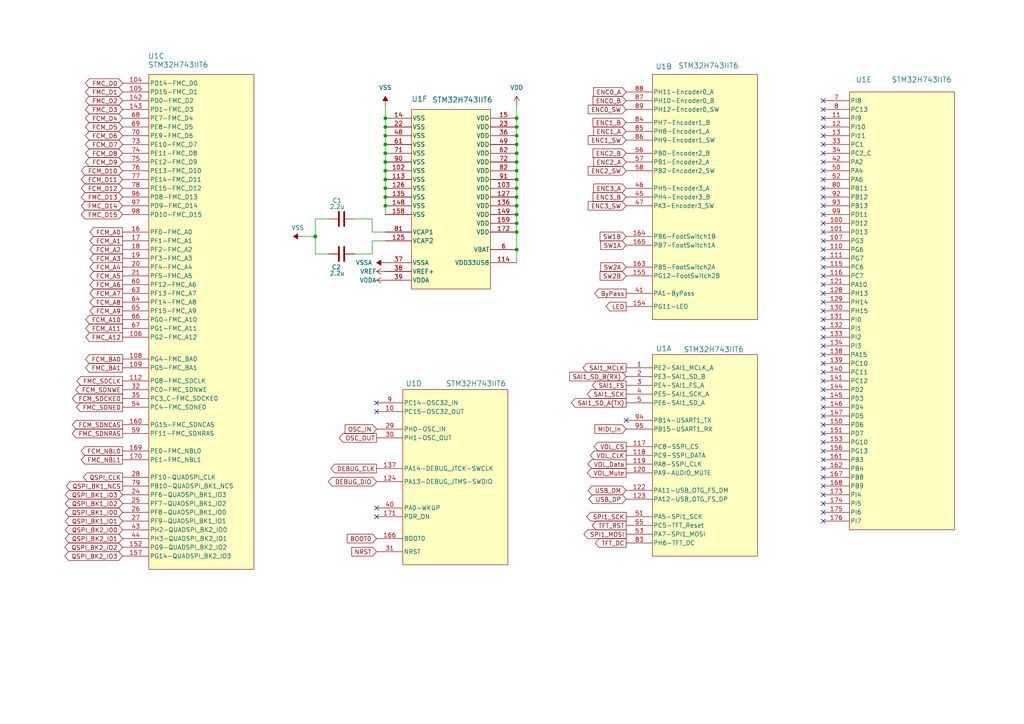
<source format=kicad_sch>
(kicad_sch (version 20250114) (generator "eeschema") (generator_version "9.0")
  (paper "A4")
  (title_block (title "OSCAR PROC") (date "2025-07-08") (rev "V1.0") (company "DAD Design"))
  (lib_symbols
    (symbol "Device:C" (pin_numbers (hide yes)) (pin_names (offset 0.254))
      (property "Reference" "C" (at 0.635 2.54 0))
      (property "Value" "C" (at 0.635 -2.54 0))
      (symbol "C_1_1"
        (pin passive line (at 0 3.81 270) (length 2.794) (name "~") (number "1"))
        (pin passive line (at 0 -3.81 90) (length 2.794) (name "~") (number "2"))
      )
    )
    (symbol "Projet:STM32H743IIT6" (pin_names (offset 0.254))
      (property "Reference" "U" (at 40.386 7.366 0))
      (property "Value" "STM32H743IIT6" (at 42.926 4.572 0))
      (symbol "STM32H743IIT6_1_1"
        (unit_name "COM")
        (pin output line (at 19.05 -3.81 0) (length 7.62) (name "PE2-SAI1_MCLK_A") (number "1"))
        (pin output line (at 19.05 -6.35 0) (length 7.62) (name "PE3-SAI1_SD_B") (number "2"))
        (pin output line (at 19.05 -8.89 0) (length 7.62) (name "PE4-SAI1_FS_A") (number "3"))
        (pin output line (at 19.05 -11.43 0) (length 7.62) (name "PE5-SAI1_SCK_A") (number "4"))
        (pin output line (at 19.05 -13.97 0) (length 7.62) (name "PE6-SAI1_SD_A") (number "5"))
        (pin output line (at 19.05 -19.05 0) (length 7.62) (name "PB14-USART1_TX") (number "94"))
        (pin input line (at 19.05 -21.59 0) (length 7.62) (name "PB15-USART1_RX") (number "95"))
        (pin output line (at 19.05 -26.67 0) (length 7.62) (name "PC8-SSPI_CS") (number "117"))
        (pin output line (at 19.05 -29.21 0) (length 7.62) (name "PC9-SSPI_DATA") (number "118"))
        (pin output line (at 19.05 -31.75 0) (length 7.62) (name "PA8-SSPI_CLK") (number "119"))
        (pin output line (at 19.05 -34.29 0) (length 7.62) (name "PA9-AUDIO_MUTE") (number "120"))
        (pin bidirectional line (at 19.05 -39.37 0) (length 7.62) (name "PA11-USB_OTG_FS_DM") (number "122"))
        (pin bidirectional line (at 19.05 -41.91 0) (length 7.62) (name "PA12-USB_OTG_FS_DP") (number "123"))
        (pin output line (at 19.05 -46.99 0) (length 7.62) (name "PA5-SPI1_SCK") (number "51"))
        (pin output line (at 19.05 -49.53 0) (length 7.62) (name "PC5-TFT_Reset") (number "55"))
        (pin output line (at 19.05 -52.07 0) (length 7.62) (name "PA7-SPI1_MOSI") (number "53"))
        (pin output line (at 19.05 -54.61 0) (length 7.62) (name "PH6-TFT_DC") (number "83"))
      )
      (symbol "STM32H743IIT6_2_1"
        (unit_name "IO")
        (pin input line (at 17.78 -5.08 0) (length 7.62) (name "PH11-Encoder0_A") (number "88"))
        (pin input line (at 17.78 -7.62 0) (length 7.62) (name "PH10-Encoder0_B") (number "87"))
        (pin input line (at 17.78 -10.16 0) (length 7.62) (name "PH12-Encoder0_SW") (number "89"))
        (pin input line (at 17.78 -13.97 0) (length 7.62) (name "PH7-Encoder1_B") (number "84"))
        (pin input line (at 17.78 -16.51 0) (length 7.62) (name "PH8-Encoder1_A") (number "85"))
        (pin input line (at 17.78 -19.05 0) (length 7.62) (name "PH9-Encoder1_SW") (number "86"))
        (pin input line (at 17.78 -22.86 0) (length 7.62) (name "PB0-Encoder2_B") (number "56"))
        (pin input line (at 17.78 -25.4 0) (length 7.62) (name "PB1-Encoder2_A") (number "57"))
        (pin input line (at 17.78 -27.94 0) (length 7.62) (name "PB2-Encoder2_SW") (number "58"))
        (pin input line (at 17.78 -33.02 0) (length 7.62) (name "PH5-Encoder3_A") (number "46"))
        (pin input line (at 17.78 -35.56 0) (length 7.62) (name "PH4-Encoder3_B") (number "45"))
        (pin input line (at 17.78 -38.1 0) (length 7.62) (name "PA3-Encoder3_SW") (number "47"))
        (pin input line (at 17.78 -46.99 0) (length 7.62) (name "PB6-FootSwitch1B") (number "164"))
        (pin input line (at 17.78 -49.53 0) (length 7.62) (name "PB7-FootSwitch1A") (number "165"))
        (pin input line (at 17.78 -55.88 0) (length 7.62) (name "PB5-FootSwitch2A") (number "163"))
        (pin input line (at 17.78 -58.42 0) (length 7.62) (name "PG12-FootSwitch2B") (number "155"))
        (pin output line (at 17.78 -63.5 0) (length 7.62) (name "PA1-ByPass") (number "41"))
        (pin output line (at 17.78 -67.31 0) (length 7.62) (name "PG11-LED") (number "154"))
      )
      (symbol "STM32H743IIT6_3_1"
        (unit_name "Memories")
        (pin bidirectional line (at 16.51 -2.54 0) (length 7.62) (name "PD14-FMC_D0") (number "104"))
        (pin bidirectional line (at 16.51 -5.08 0) (length 7.62) (name "PD15-FMC_D1") (number "105"))
        (pin bidirectional line (at 16.51 -7.62 0) (length 7.62) (name "PD0-FMC_D2") (number "142"))
        (pin bidirectional line (at 16.51 -10.16 0) (length 7.62) (name "PD1-FMC_D3") (number "143"))
        (pin bidirectional line (at 16.51 -12.7 0) (length 7.62) (name "PE7-FMC_D4") (number "68"))
        (pin bidirectional line (at 16.51 -15.24 0) (length 7.62) (name "PE8-FMC_D5") (number "69"))
        (pin bidirectional line (at 16.51 -17.78 0) (length 7.62) (name "PE9-FMC_D6") (number "70"))
        (pin bidirectional line (at 16.51 -20.32 0) (length 7.62) (name "PE10-FMC_D7") (number "73"))
        (pin bidirectional line (at 16.51 -22.86 0) (length 7.62) (name "PE11-FMC_D8") (number "74"))
        (pin bidirectional line (at 16.51 -25.4 0) (length 7.62) (name "PE12-FMC_D9") (number "75"))
        (pin bidirectional line (at 16.51 -27.94 0) (length 7.62) (name "PE13-FMC_D10") (number "76"))
        (pin bidirectional line (at 16.51 -30.48 0) (length 7.62) (name "PE14-FMC_D11") (number "77"))
        (pin bidirectional line (at 16.51 -33.02 0) (length 7.62) (name "PE15-FMC_D12") (number "78"))
        (pin bidirectional line (at 16.51 -35.56 0) (length 7.62) (name "PD8-FMC_D13") (number "96"))
        (pin bidirectional line (at 16.51 -38.1 0) (length 7.62) (name "PD9-FMC_D14") (number "97"))
        (pin bidirectional line (at 16.51 -40.64 0) (length 7.62) (name "PD10-FMC_D15") (number "98"))
        (pin output line (at 16.51 -45.72 0) (length 7.62) (name "PF0-FMC_A0") (number "16"))
        (pin output line (at 16.51 -48.26 0) (length 7.62) (name "PF1-FMC_A1") (number "17"))
        (pin output line (at 16.51 -50.8 0) (length 7.62) (name "PF2-FMC_A2") (number "18"))
        (pin output line (at 16.51 -53.34 0) (length 7.62) (name "PF3-FMC_A3") (number "19"))
        (pin output line (at 16.51 -55.88 0) (length 7.62) (name "PF4-FMC_A4") (number "20"))
        (pin output line (at 16.51 -58.42 0) (length 7.62) (name "PF5-FMC_A5") (number "21"))
        (pin output line (at 16.51 -60.96 0) (length 7.62) (name "PF12-FMC_A6") (number "60"))
        (pin output line (at 16.51 -63.5 0) (length 7.62) (name "PF13-FMC_A7") (number "63"))
        (pin output line (at 16.51 -66.04 0) (length 7.62) (name "PF14-FMC_A8") (number "64"))
        (pin output line (at 16.51 -68.58 0) (length 7.62) (name "PF15-FMC_A9") (number "65"))
        (pin output line (at 16.51 -71.12 0) (length 7.62) (name "PG0-FMC_A10") (number "66"))
        (pin output line (at 16.51 -73.66 0) (length 7.62) (name "PG1-FMC_A11") (number "67"))
        (pin output line (at 16.51 -76.2 0) (length 7.62) (name "PG2-FMC_A12") (number "106"))
        (pin output line (at 16.51 -82.55 0) (length 7.62) (name "PG4-FMC_BA0") (number "108"))
        (pin output line (at 16.51 -85.09 0) (length 7.62) (name "PG5-FMC_BA1") (number "109"))
        (pin output line (at 16.51 -88.9 0) (length 7.62) (name "PG8-FMC_SDCLK") (number "112"))
        (pin output line (at 16.51 -91.44 0) (length 7.62) (name "PC0-FMC_SDNWE") (number "32"))
        (pin output line (at 16.51 -93.98 0) (length 7.62) (name "PC3_C-FMC_SDCKE0") (number "35"))
        (pin output line (at 16.51 -96.52 0) (length 7.62) (name "PC4-FMC_SDNE0") (number "54"))
        (pin output line (at 16.51 -101.6 0) (length 7.62) (name "PG15-FMC_SDNCAS") (number "160"))
        (pin output line (at 16.51 -104.14 0) (length 7.62) (name "PF11-FMC_SDNRAS") (number "59"))
        (pin output line (at 16.51 -109.22 0) (length 7.62) (name "PE0-FMC_NBL0") (number "169"))
        (pin output line (at 16.51 -111.76 0) (length 7.62) (name "PE1-FMC_NBL1") (number "170"))
        (pin output line (at 16.51 -116.84 0) (length 7.62) (name "PF10-QUADSPI_CLK") (number "28"))
        (pin output line (at 16.51 -119.38 0) (length 7.62) (name "PB10-QUADSPI_BK1_NCS") (number "79"))
        (pin bidirectional line (at 16.51 -121.92 0) (length 7.62) (name "PF6-QUADSPI_BK1_IO3") (number "24"))
        (pin bidirectional line (at 16.51 -124.46 0) (length 7.62) (name "PF7-QUADSPI_BK1_IO2") (number "25"))
        (pin bidirectional line (at 16.51 -127 0) (length 7.62) (name "PF8-QUADSPI_BK1_IO0") (number "26"))
        (pin bidirectional line (at 16.51 -129.54 0) (length 7.62) (name "PF9-QUADSPI_BK1_IO1") (number "27"))
        (pin bidirectional line (at 16.51 -132.08 0) (length 7.62) (name "PH2-QUADSPI_BK2_IO0") (number "43"))
        (pin bidirectional line (at 16.51 -134.62 0) (length 7.62) (name "PH3-QUADSPI_BK2_IO1") (number "44"))
        (pin bidirectional line (at 16.51 -137.16 0) (length 7.62) (name "PG9-QUADSPI_BK2_IO2") (number "152"))
        (pin bidirectional line (at 16.51 -139.7 0) (length 7.62) (name "PG14-QUADSPI_BK2_IO3") (number "157"))
      )
      (symbol "STM32H743IIT6_4_1"
        (unit_name "Misc")
        (pin bidirectional line (at 20.32 -3.81 0) (length 7.62) (name "PC14-OSC32_IN") (number "9"))
        (pin bidirectional line (at 20.32 -6.35 0) (length 7.62) (name "PC15-OSC32_OUT") (number "10"))
        (pin bidirectional line (at 20.32 -11.43 0) (length 7.62) (name "PH0-OSC_IN") (number "29"))
        (pin bidirectional line (at 20.32 -13.97 0) (length 7.62) (name "PH1-OSC_OUT") (number "30"))
        (pin bidirectional line (at 20.32 -22.86 0) (length 7.62) (name "PA14-DEBUG_JTCK-SWCLK") (number "137"))
        (pin bidirectional line (at 20.32 -26.67 0) (length 7.62) (name "PA13-DEBUG_JTMS-SWDIO") (number "124"))
        (pin bidirectional line (at 20.32 -34.29 0) (length 7.62) (name "PA0-WKUP") (number "40"))
        (pin output line (at 20.32 -36.83 0) (length 7.62) (name "PDR_ON") (number "171"))
        (pin input line (at 20.32 -43.18 0) (length 7.62) (name "BOOT0") (number "166"))
        (pin input line (at 20.32 -46.99 0) (length 7.62) (name "NRST") (number "31"))
      )
      (symbol "STM32H743IIT6_5_1"
        (unit_name "Unconnected")
        (pin bidirectional line (at 20.32 -2.54 0) (length 7.62) (name "PI8") (number "7"))
        (pin bidirectional line (at 20.32 -5.08 0) (length 7.62) (name "PC13") (number "8"))
        (pin bidirectional line (at 20.32 -7.62 0) (length 7.62) (name "PI9") (number "11"))
        (pin bidirectional line (at 20.32 -10.16 0) (length 7.62) (name "PI10") (number "12"))
        (pin bidirectional line (at 20.32 -12.7 0) (length 7.62) (name "PI11") (number "13"))
        (pin bidirectional line (at 20.32 -15.24 0) (length 7.62) (name "PC1") (number "33"))
        (pin bidirectional line (at 20.32 -17.78 0) (length 7.62) (name "PC2_C") (number "34"))
        (pin bidirectional line (at 20.32 -20.32 0) (length 7.62) (name "PA2") (number "42"))
        (pin bidirectional line (at 20.32 -22.86 0) (length 7.62) (name "PA4") (number "50"))
        (pin bidirectional line (at 20.32 -25.4 0) (length 7.62) (name "PA6") (number "52"))
        (pin bidirectional line (at 20.32 -27.94 0) (length 7.62) (name "PB11") (number "80"))
        (pin bidirectional line (at 20.32 -30.48 0) (length 7.62) (name "PB12") (number "92"))
        (pin bidirectional line (at 20.32 -33.02 0) (length 7.62) (name "PB13") (number "93"))
        (pin bidirectional line (at 20.32 -35.56 0) (length 7.62) (name "PD11") (number "99"))
        (pin bidirectional line (at 20.32 -38.1 0) (length 7.62) (name "PD12") (number "100"))
        (pin bidirectional line (at 20.32 -40.64 0) (length 7.62) (name "PD13") (number "101"))
        (pin bidirectional line (at 20.32 -43.18 0) (length 7.62) (name "PG3") (number "107"))
        (pin bidirectional line (at 20.32 -45.72 0) (length 7.62) (name "PG6") (number "110"))
        (pin bidirectional line (at 20.32 -48.26 0) (length 7.62) (name "PG7") (number "111"))
        (pin bidirectional line (at 20.32 -50.8 0) (length 7.62) (name "PC6") (number "115"))
        (pin bidirectional line (at 20.32 -53.34 0) (length 7.62) (name "PC7") (number "116"))
        (pin bidirectional line (at 20.32 -55.88 0) (length 7.62) (name "PA10") (number "121"))
        (pin bidirectional line (at 20.32 -58.42 0) (length 7.62) (name "PH13") (number "128"))
        (pin bidirectional line (at 20.32 -60.96 0) (length 7.62) (name "PH14") (number "129"))
        (pin bidirectional line (at 20.32 -63.5 0) (length 7.62) (name "PH15") (number "130"))
        (pin bidirectional line (at 20.32 -66.04 0) (length 7.62) (name "PI0") (number "131"))
        (pin bidirectional line (at 20.32 -68.58 0) (length 7.62) (name "PI1") (number "132"))
        (pin bidirectional line (at 20.32 -71.12 0) (length 7.62) (name "PI2") (number "133"))
        (pin bidirectional line (at 20.32 -73.66 0) (length 7.62) (name "PI3") (number "134"))
        (pin bidirectional line (at 20.32 -76.2 0) (length 7.62) (name "PA15") (number "138"))
        (pin bidirectional line (at 20.32 -78.74 0) (length 7.62) (name "PC10") (number "139"))
        (pin bidirectional line (at 20.32 -81.28 0) (length 7.62) (name "PC11") (number "140"))
        (pin bidirectional line (at 20.32 -83.82 0) (length 7.62) (name "PC12") (number "141"))
        (pin bidirectional line (at 20.32 -86.36 0) (length 7.62) (name "PD2") (number "144"))
        (pin bidirectional line (at 20.32 -88.9 0) (length 7.62) (name "PD3") (number "145"))
        (pin bidirectional line (at 20.32 -91.44 0) (length 7.62) (name "PD4") (number "146"))
        (pin bidirectional line (at 20.32 -93.98 0) (length 7.62) (name "PD5") (number "147"))
        (pin bidirectional line (at 20.32 -96.52 0) (length 7.62) (name "PD6") (number "150"))
        (pin bidirectional line (at 20.32 -99.06 0) (length 7.62) (name "PD7") (number "151"))
        (pin bidirectional line (at 20.32 -101.6 0) (length 7.62) (name "PG10") (number "153"))
        (pin bidirectional line (at 20.32 -104.14 0) (length 7.62) (name "PG13") (number "156"))
        (pin bidirectional line (at 20.32 -106.68 0) (length 7.62) (name "PB3") (number "161"))
        (pin bidirectional line (at 20.32 -109.22 0) (length 7.62) (name "PB4") (number "162"))
        (pin bidirectional line (at 20.32 -111.76 0) (length 7.62) (name "PB8") (number "167"))
        (pin bidirectional line (at 20.32 -114.3 0) (length 7.62) (name "PB9") (number "168"))
        (pin bidirectional line (at 20.32 -116.84 0) (length 7.62) (name "PI4") (number "173"))
        (pin bidirectional line (at 20.32 -119.38 0) (length 7.62) (name "PI5") (number "174"))
        (pin bidirectional line (at 20.32 -121.92 0) (length 7.62) (name "PI6") (number "175"))
        (pin bidirectional line (at 20.32 -124.46 0) (length 7.62) (name "PI7") (number "176"))
      )
      (symbol "STM32H743IIT6_6_1"
        (unit_name "Power")
        (pin power_in line (at 24.13 -2.54 0) (length 7.62) (name "VSS") (number "14"))
        (pin power_in line (at 24.13 -5.08 0) (length 7.62) (name "VSS") (number "22"))
        (pin power_in line (at 24.13 -7.62 0) (length 7.62) (name "VSS") (number "48"))
        (pin power_in line (at 24.13 -10.16 0) (length 7.62) (name "VSS") (number "61"))
        (pin power_in line (at 24.13 -12.7 0) (length 7.62) (name "VSS") (number "71"))
        (pin power_in line (at 24.13 -15.24 0) (length 7.62) (name "VSS") (number "90"))
        (pin power_in line (at 24.13 -17.78 0) (length 7.62) (name "VSS") (number "102"))
        (pin power_in line (at 24.13 -20.32 0) (length 7.62) (name "VSS") (number "113"))
        (pin power_in line (at 24.13 -22.86 0) (length 7.62) (name "VSS") (number "126"))
        (pin power_in line (at 24.13 -25.4 0) (length 7.62) (name "VSS") (number "135"))
        (pin power_in line (at 24.13 -27.94 0) (length 7.62) (name "VSS") (number "148"))
        (pin power_in line (at 24.13 -30.48 0) (length 7.62) (name "VSS") (number "158"))
        (pin passive line (at 24.13 -35.56 0) (length 7.62) (name "VCAP1") (number "81"))
        (pin passive line (at 24.13 -38.1 0) (length 7.62) (name "VCAP2") (number "125"))
        (pin power_in line (at 24.13 -44.45 0) (length 7.62) (name "VSSA") (number "37"))
        (pin power_in line (at 24.13 -46.99 0) (length 7.62) (name "VREF+") (number "38"))
        (pin power_in line (at 24.13 -49.53 0) (length 7.62) (name "VDDA") (number "39"))
        (pin power_in line (at 62.23 -2.54 180) (length 7.62) (name "VDD") (number "15"))
        (pin power_in line (at 62.23 -5.08 180) (length 7.62) (name "VDD") (number "23"))
        (pin power_in line (at 62.23 -7.62 180) (length 7.62) (name "VDD") (number "36"))
        (pin power_in line (at 62.23 -10.16 180) (length 7.62) (name "VDD") (number "49"))
        (pin power_in line (at 62.23 -12.7 180) (length 7.62) (name "VDD") (number "62"))
        (pin power_in line (at 62.23 -15.24 180) (length 7.62) (name "VDD") (number "72"))
        (pin power_in line (at 62.23 -17.78 180) (length 7.62) (name "VDD") (number "82"))
        (pin power_in line (at 62.23 -20.32 180) (length 7.62) (name "VDD") (number "91"))
        (pin power_in line (at 62.23 -22.86 180) (length 7.62) (name "VDD") (number "103"))
        (pin power_in line (at 62.23 -25.4 180) (length 7.62) (name "VDD") (number "127"))
        (pin power_in line (at 62.23 -27.94 180) (length 7.62) (name "VDD") (number "136"))
        (pin power_in line (at 62.23 -30.48 180) (length 7.62) (name "VDD") (number "149"))
        (pin power_in line (at 62.23 -33.02 180) (length 7.62) (name "VDD") (number "159"))
        (pin power_in line (at 62.23 -35.56 180) (length 7.62) (name "VDD") (number "172"))
        (pin power_in line (at 62.23 -40.64 180) (length 7.62) (name "VBAT") (number "6"))
        (pin power_in line (at 62.23 -44.45 180) (length 7.62) (name "VDD33USB") (number "114"))
      )
    )
    (symbol "STM32H743IIT6_2" (pin_names (offset 0.254))
      (property "Reference" "U" (at 40.386 7.366 0))
      (property "Value" "STM32H743IIT6" (at 42.926 4.572 0))
      (symbol "STM32H743IIT6_2_1_1"
        (unit_name "COM")
        (pin output line (at 19.05 -3.81 0) (length 7.62) (name "PE2-SAI1_MCLK_A") (number "1"))
        (pin output line (at 19.05 -6.35 0) (length 7.62) (name "PE3-SAI1_SD_B") (number "2"))
        (pin output line (at 19.05 -8.89 0) (length 7.62) (name "PE4-SAI1_FS_A") (number "3"))
        (pin output line (at 19.05 -11.43 0) (length 7.62) (name "PE5-SAI1_SCK_A") (number "4"))
        (pin output line (at 19.05 -13.97 0) (length 7.62) (name "PE6-SAI1_SD_A") (number "5"))
        (pin output line (at 19.05 -19.05 0) (length 7.62) (name "PB14-USART1_TX") (number "94"))
        (pin input line (at 19.05 -21.59 0) (length 7.62) (name "PB15-USART1_RX") (number "95"))
        (pin output line (at 19.05 -26.67 0) (length 7.62) (name "PC8-SSPI_CS") (number "117"))
        (pin output line (at 19.05 -29.21 0) (length 7.62) (name "PC9-SSPI_DATA") (number "118"))
        (pin output line (at 19.05 -31.75 0) (length 7.62) (name "PA8-SSPI_CLK") (number "119"))
        (pin output line (at 19.05 -34.29 0) (length 7.62) (name "PA9-AUDIO_MUTE") (number "120"))
        (pin bidirectional line (at 19.05 -39.37 0) (length 7.62) (name "PA11-USB_OTG_FS_DM") (number "122"))
        (pin bidirectional line (at 19.05 -41.91 0) (length 7.62) (name "PA12-USB_OTG_FS_DP") (number "123"))
        (pin output line (at 19.05 -46.99 0) (length 7.62) (name "PA5-SPI1_SCK") (number "51"))
        (pin output line (at 19.05 -49.53 0) (length 7.62) (name "PC5-TFT_Reset") (number "55"))
        (pin output line (at 19.05 -52.07 0) (length 7.62) (name "PA7-SPI1_MOSI") (number "53"))
        (pin output line (at 19.05 -54.61 0) (length 7.62) (name "PH6-TFT_DC") (number "83"))
      )
      (symbol "STM32H743IIT6_2_2_1"
        (unit_name "IO")
        (pin input line (at 17.78 -5.08 0) (length 7.62) (name "PH11-Encoder0_A") (number "88"))
        (pin input line (at 17.78 -7.62 0) (length 7.62) (name "PH10-Encoder0_B") (number "87"))
        (pin input line (at 17.78 -10.16 0) (length 7.62) (name "PH12-Encoder0_SW") (number "89"))
        (pin input line (at 17.78 -13.97 0) (length 7.62) (name "PH7-Encoder1_B") (number "84"))
        (pin input line (at 17.78 -16.51 0) (length 7.62) (name "PH8-Encoder1_A") (number "85"))
        (pin input line (at 17.78 -19.05 0) (length 7.62) (name "PH9-Encoder1_SW") (number "86"))
        (pin input line (at 17.78 -22.86 0) (length 7.62) (name "PB0-Encoder2_B") (number "56"))
        (pin input line (at 17.78 -25.4 0) (length 7.62) (name "PB1-Encoder2_A") (number "57"))
        (pin input line (at 17.78 -27.94 0) (length 7.62) (name "PB2-Encoder2_SW") (number "58"))
        (pin input line (at 17.78 -33.02 0) (length 7.62) (name "PH5-Encoder3_A") (number "46"))
        (pin input line (at 17.78 -35.56 0) (length 7.62) (name "PH4-Encoder3_B") (number "45"))
        (pin input line (at 17.78 -38.1 0) (length 7.62) (name "PA3-Encoder3_SW") (number "47"))
        (pin input line (at 17.78 -46.99 0) (length 7.62) (name "PB6-FootSwitch1B") (number "164"))
        (pin input line (at 17.78 -49.53 0) (length 7.62) (name "PB7-FootSwitch1A") (number "165"))
        (pin input line (at 17.78 -55.88 0) (length 7.62) (name "PB5-FootSwitch2A") (number "163"))
        (pin input line (at 17.78 -58.42 0) (length 7.62) (name "PG12-FootSwitch2B") (number "155"))
        (pin output line (at 17.78 -63.5 0) (length 7.62) (name "PA1-ByPass") (number "41"))
        (pin output line (at 17.78 -67.31 0) (length 7.62) (name "PG11-LED") (number "154"))
      )
      (symbol "STM32H743IIT6_2_3_1"
        (unit_name "Memories")
        (pin bidirectional line (at 16.51 -2.54 0) (length 7.62) (name "PD14-FMC_D0") (number "104"))
        (pin bidirectional line (at 16.51 -5.08 0) (length 7.62) (name "PD15-FMC_D1") (number "105"))
        (pin bidirectional line (at 16.51 -7.62 0) (length 7.62) (name "PD0-FMC_D2") (number "142"))
        (pin bidirectional line (at 16.51 -10.16 0) (length 7.62) (name "PD1-FMC_D3") (number "143"))
        (pin bidirectional line (at 16.51 -12.7 0) (length 7.62) (name "PE7-FMC_D4") (number "68"))
        (pin bidirectional line (at 16.51 -15.24 0) (length 7.62) (name "PE8-FMC_D5") (number "69"))
        (pin bidirectional line (at 16.51 -17.78 0) (length 7.62) (name "PE9-FMC_D6") (number "70"))
        (pin bidirectional line (at 16.51 -20.32 0) (length 7.62) (name "PE10-FMC_D7") (number "73"))
        (pin bidirectional line (at 16.51 -22.86 0) (length 7.62) (name "PE11-FMC_D8") (number "74"))
        (pin bidirectional line (at 16.51 -25.4 0) (length 7.62) (name "PE12-FMC_D9") (number "75"))
        (pin bidirectional line (at 16.51 -27.94 0) (length 7.62) (name "PE13-FMC_D10") (number "76"))
        (pin bidirectional line (at 16.51 -30.48 0) (length 7.62) (name "PE14-FMC_D11") (number "77"))
        (pin bidirectional line (at 16.51 -33.02 0) (length 7.62) (name "PE15-FMC_D12") (number "78"))
        (pin bidirectional line (at 16.51 -35.56 0) (length 7.62) (name "PD8-FMC_D13") (number "96"))
        (pin bidirectional line (at 16.51 -38.1 0) (length 7.62) (name "PD9-FMC_D14") (number "97"))
        (pin bidirectional line (at 16.51 -40.64 0) (length 7.62) (name "PD10-FMC_D15") (number "98"))
        (pin output line (at 16.51 -45.72 0) (length 7.62) (name "PF0-FMC_A0") (number "16"))
        (pin output line (at 16.51 -48.26 0) (length 7.62) (name "PF1-FMC_A1") (number "17"))
        (pin output line (at 16.51 -50.8 0) (length 7.62) (name "PF2-FMC_A2") (number "18"))
        (pin output line (at 16.51 -53.34 0) (length 7.62) (name "PF3-FMC_A3") (number "19"))
        (pin output line (at 16.51 -55.88 0) (length 7.62) (name "PF4-FMC_A4") (number "20"))
        (pin output line (at 16.51 -58.42 0) (length 7.62) (name "PF5-FMC_A5") (number "21"))
        (pin output line (at 16.51 -60.96 0) (length 7.62) (name "PF12-FMC_A6") (number "60"))
        (pin output line (at 16.51 -63.5 0) (length 7.62) (name "PF13-FMC_A7") (number "63"))
        (pin output line (at 16.51 -66.04 0) (length 7.62) (name "PF14-FMC_A8") (number "64"))
        (pin output line (at 16.51 -68.58 0) (length 7.62) (name "PF15-FMC_A9") (number "65"))
        (pin output line (at 16.51 -71.12 0) (length 7.62) (name "PG0-FMC_A10") (number "66"))
        (pin output line (at 16.51 -73.66 0) (length 7.62) (name "PG1-FMC_A11") (number "67"))
        (pin output line (at 16.51 -76.2 0) (length 7.62) (name "PG2-FMC_A12") (number "106"))
        (pin output line (at 16.51 -82.55 0) (length 7.62) (name "PG4-FMC_BA0") (number "108"))
        (pin output line (at 16.51 -85.09 0) (length 7.62) (name "PG5-FMC_BA1") (number "109"))
        (pin output line (at 16.51 -88.9 0) (length 7.62) (name "PG8-FMC_SDCLK") (number "112"))
        (pin output line (at 16.51 -91.44 0) (length 7.62) (name "PC0-FMC_SDNWE") (number "32"))
        (pin output line (at 16.51 -93.98 0) (length 7.62) (name "PC3_C-FMC_SDCKE0") (number "35"))
        (pin output line (at 16.51 -96.52 0) (length 7.62) (name "PC4-FMC_SDNE0") (number "54"))
        (pin output line (at 16.51 -101.6 0) (length 7.62) (name "PG15-FMC_SDNCAS") (number "160"))
        (pin output line (at 16.51 -104.14 0) (length 7.62) (name "PF11-FMC_SDNRAS") (number "59"))
        (pin output line (at 16.51 -109.22 0) (length 7.62) (name "PE0-FMC_NBL0") (number "169"))
        (pin output line (at 16.51 -111.76 0) (length 7.62) (name "PE1-FMC_NBL1") (number "170"))
        (pin output line (at 16.51 -116.84 0) (length 7.62) (name "PF10-QUADSPI_CLK") (number "28"))
        (pin output line (at 16.51 -119.38 0) (length 7.62) (name "PB10-QUADSPI_BK1_NCS") (number "79"))
        (pin bidirectional line (at 16.51 -121.92 0) (length 7.62) (name "PF6-QUADSPI_BK1_IO3") (number "24"))
        (pin bidirectional line (at 16.51 -124.46 0) (length 7.62) (name "PF7-QUADSPI_BK1_IO2") (number "25"))
        (pin bidirectional line (at 16.51 -127 0) (length 7.62) (name "PF8-QUADSPI_BK1_IO0") (number "26"))
        (pin bidirectional line (at 16.51 -129.54 0) (length 7.62) (name "PF9-QUADSPI_BK1_IO1") (number "27"))
        (pin bidirectional line (at 16.51 -132.08 0) (length 7.62) (name "PH2-QUADSPI_BK2_IO0") (number "43"))
        (pin bidirectional line (at 16.51 -134.62 0) (length 7.62) (name "PH3-QUADSPI_BK2_IO1") (number "44"))
        (pin bidirectional line (at 16.51 -137.16 0) (length 7.62) (name "PG9-QUADSPI_BK2_IO2") (number "152"))
        (pin bidirectional line (at 16.51 -139.7 0) (length 7.62) (name "PG14-QUADSPI_BK2_IO3") (number "157"))
      )
      (symbol "STM32H743IIT6_2_4_1"
        (unit_name "Misc")
        (pin bidirectional line (at 20.32 -3.81 0) (length 7.62) (name "PC14-OSC32_IN") (number "9"))
        (pin bidirectional line (at 20.32 -6.35 0) (length 7.62) (name "PC15-OSC32_OUT") (number "10"))
        (pin bidirectional line (at 20.32 -11.43 0) (length 7.62) (name "PH0-OSC_IN") (number "29"))
        (pin bidirectional line (at 20.32 -13.97 0) (length 7.62) (name "PH1-OSC_OUT") (number "30"))
        (pin bidirectional line (at 20.32 -22.86 0) (length 7.62) (name "PA14-DEBUG_JTCK-SWCLK") (number "137"))
        (pin bidirectional line (at 20.32 -26.67 0) (length 7.62) (name "PA13-DEBUG_JTMS-SWDIO") (number "124"))
        (pin bidirectional line (at 20.32 -34.29 0) (length 7.62) (name "PA0-WKUP") (number "40"))
        (pin output line (at 20.32 -36.83 0) (length 7.62) (name "PDR_ON") (number "171"))
        (pin input line (at 20.32 -43.18 0) (length 7.62) (name "BOOT0") (number "166"))
        (pin input line (at 20.32 -46.99 0) (length 7.62) (name "NRST") (number "31"))
      )
      (symbol "STM32H743IIT6_2_5_1"
        (unit_name "Unconnected")
        (pin bidirectional line (at 20.32 -2.54 0) (length 7.62) (name "PI8") (number "7"))
        (pin bidirectional line (at 20.32 -5.08 0) (length 7.62) (name "PC13") (number "8"))
        (pin bidirectional line (at 20.32 -7.62 0) (length 7.62) (name "PI9") (number "11"))
        (pin bidirectional line (at 20.32 -10.16 0) (length 7.62) (name "PI10") (number "12"))
        (pin bidirectional line (at 20.32 -12.7 0) (length 7.62) (name "PI11") (number "13"))
        (pin bidirectional line (at 20.32 -15.24 0) (length 7.62) (name "PC1") (number "33"))
        (pin bidirectional line (at 20.32 -17.78 0) (length 7.62) (name "PC2_C") (number "34"))
        (pin bidirectional line (at 20.32 -20.32 0) (length 7.62) (name "PA2") (number "42"))
        (pin bidirectional line (at 20.32 -22.86 0) (length 7.62) (name "PA4") (number "50"))
        (pin bidirectional line (at 20.32 -25.4 0) (length 7.62) (name "PA6") (number "52"))
        (pin bidirectional line (at 20.32 -27.94 0) (length 7.62) (name "PB11") (number "80"))
        (pin bidirectional line (at 20.32 -30.48 0) (length 7.62) (name "PB12") (number "92"))
        (pin bidirectional line (at 20.32 -33.02 0) (length 7.62) (name "PB13") (number "93"))
        (pin bidirectional line (at 20.32 -35.56 0) (length 7.62) (name "PD11") (number "99"))
        (pin bidirectional line (at 20.32 -38.1 0) (length 7.62) (name "PD12") (number "100"))
        (pin bidirectional line (at 20.32 -40.64 0) (length 7.62) (name "PD13") (number "101"))
        (pin bidirectional line (at 20.32 -43.18 0) (length 7.62) (name "PG3") (number "107"))
        (pin bidirectional line (at 20.32 -45.72 0) (length 7.62) (name "PG6") (number "110"))
        (pin bidirectional line (at 20.32 -48.26 0) (length 7.62) (name "PG7") (number "111"))
        (pin bidirectional line (at 20.32 -50.8 0) (length 7.62) (name "PC6") (number "115"))
        (pin bidirectional line (at 20.32 -53.34 0) (length 7.62) (name "PC7") (number "116"))
        (pin bidirectional line (at 20.32 -55.88 0) (length 7.62) (name "PA10") (number "121"))
        (pin bidirectional line (at 20.32 -58.42 0) (length 7.62) (name "PH13") (number "128"))
        (pin bidirectional line (at 20.32 -60.96 0) (length 7.62) (name "PH14") (number "129"))
        (pin bidirectional line (at 20.32 -63.5 0) (length 7.62) (name "PH15") (number "130"))
        (pin bidirectional line (at 20.32 -66.04 0) (length 7.62) (name "PI0") (number "131"))
        (pin bidirectional line (at 20.32 -68.58 0) (length 7.62) (name "PI1") (number "132"))
        (pin bidirectional line (at 20.32 -71.12 0) (length 7.62) (name "PI2") (number "133"))
        (pin bidirectional line (at 20.32 -73.66 0) (length 7.62) (name "PI3") (number "134"))
        (pin bidirectional line (at 20.32 -76.2 0) (length 7.62) (name "PA15") (number "138"))
        (pin bidirectional line (at 20.32 -78.74 0) (length 7.62) (name "PC10") (number "139"))
        (pin bidirectional line (at 20.32 -81.28 0) (length 7.62) (name "PC11") (number "140"))
        (pin bidirectional line (at 20.32 -83.82 0) (length 7.62) (name "PC12") (number "141"))
        (pin bidirectional line (at 20.32 -86.36 0) (length 7.62) (name "PD2") (number "144"))
        (pin bidirectional line (at 20.32 -88.9 0) (length 7.62) (name "PD3") (number "145"))
        (pin bidirectional line (at 20.32 -91.44 0) (length 7.62) (name "PD4") (number "146"))
        (pin bidirectional line (at 20.32 -93.98 0) (length 7.62) (name "PD5") (number "147"))
        (pin bidirectional line (at 20.32 -96.52 0) (length 7.62) (name "PD6") (number "150"))
        (pin bidirectional line (at 20.32 -99.06 0) (length 7.62) (name "PD7") (number "151"))
        (pin bidirectional line (at 20.32 -101.6 0) (length 7.62) (name "PG10") (number "153"))
        (pin bidirectional line (at 20.32 -104.14 0) (length 7.62) (name "PG13") (number "156"))
        (pin bidirectional line (at 20.32 -106.68 0) (length 7.62) (name "PB3") (number "161"))
        (pin bidirectional line (at 20.32 -109.22 0) (length 7.62) (name "PB4") (number "162"))
        (pin bidirectional line (at 20.32 -111.76 0) (length 7.62) (name "PB8") (number "167"))
        (pin bidirectional line (at 20.32 -114.3 0) (length 7.62) (name "PB9") (number "168"))
        (pin bidirectional line (at 20.32 -116.84 0) (length 7.62) (name "PI4") (number "173"))
        (pin bidirectional line (at 20.32 -119.38 0) (length 7.62) (name "PI5") (number "174"))
        (pin bidirectional line (at 20.32 -121.92 0) (length 7.62) (name "PI6") (number "175"))
        (pin bidirectional line (at 20.32 -124.46 0) (length 7.62) (name "PI7") (number "176"))
      )
      (symbol "STM32H743IIT6_2_6_1"
        (unit_name "Power")
        (pin power_in line (at 24.13 -2.54 0) (length 7.62) (name "VSS") (number "14"))
        (pin power_in line (at 24.13 -5.08 0) (length 7.62) (name "VSS") (number "22"))
        (pin power_in line (at 24.13 -7.62 0) (length 7.62) (name "VSS") (number "48"))
        (pin power_in line (at 24.13 -10.16 0) (length 7.62) (name "VSS") (number "61"))
        (pin power_in line (at 24.13 -12.7 0) (length 7.62) (name "VSS") (number "71"))
        (pin power_in line (at 24.13 -15.24 0) (length 7.62) (name "VSS") (number "90"))
        (pin power_in line (at 24.13 -17.78 0) (length 7.62) (name "VSS") (number "102"))
        (pin power_in line (at 24.13 -20.32 0) (length 7.62) (name "VSS") (number "113"))
        (pin power_in line (at 24.13 -22.86 0) (length 7.62) (name "VSS") (number "126"))
        (pin power_in line (at 24.13 -25.4 0) (length 7.62) (name "VSS") (number "135"))
        (pin power_in line (at 24.13 -27.94 0) (length 7.62) (name "VSS") (number "148"))
        (pin power_in line (at 24.13 -30.48 0) (length 7.62) (name "VSS") (number "158"))
        (pin passive line (at 24.13 -35.56 0) (length 7.62) (name "VCAP1") (number "81"))
        (pin passive line (at 24.13 -38.1 0) (length 7.62) (name "VCAP2") (number "125"))
        (pin power_in line (at 24.13 -44.45 0) (length 7.62) (name "VSSA") (number "37"))
        (pin power_in line (at 24.13 -46.99 0) (length 7.62) (name "VREF+") (number "38"))
        (pin power_in line (at 24.13 -49.53 0) (length 7.62) (name "VDDA") (number "39"))
        (pin power_in line (at 62.23 -2.54 180) (length 7.62) (name "VDD") (number "15"))
        (pin power_in line (at 62.23 -5.08 180) (length 7.62) (name "VDD") (number "23"))
        (pin power_in line (at 62.23 -7.62 180) (length 7.62) (name "VDD") (number "36"))
        (pin power_in line (at 62.23 -10.16 180) (length 7.62) (name "VDD") (number "49"))
        (pin power_in line (at 62.23 -12.7 180) (length 7.62) (name "VDD") (number "62"))
        (pin power_in line (at 62.23 -15.24 180) (length 7.62) (name "VDD") (number "72"))
        (pin power_in line (at 62.23 -17.78 180) (length 7.62) (name "VDD") (number "82"))
        (pin power_in line (at 62.23 -20.32 180) (length 7.62) (name "VDD") (number "91"))
        (pin power_in line (at 62.23 -22.86 180) (length 7.62) (name "VDD") (number "103"))
        (pin power_in line (at 62.23 -25.4 180) (length 7.62) (name "VDD") (number "127"))
        (pin power_in line (at 62.23 -27.94 180) (length 7.62) (name "VDD") (number "136"))
        (pin power_in line (at 62.23 -30.48 180) (length 7.62) (name "VDD") (number "149"))
        (pin power_in line (at 62.23 -33.02 180) (length 7.62) (name "VDD") (number "159"))
        (pin power_in line (at 62.23 -35.56 180) (length 7.62) (name "VDD") (number "172"))
        (pin power_in line (at 62.23 -40.64 180) (length 7.62) (name "VBAT") (number "6"))
        (pin power_in line (at 62.23 -44.45 180) (length 7.62) (name "VDD33USB") (number "114"))
      )
    )
    (symbol "STM32H743IIT6_3" (pin_names (offset 0.254))
      (property "Reference" "U" (at 40.386 7.366 0))
      (property "Value" "STM32H743IIT6" (at 42.926 4.572 0))
      (symbol "STM32H743IIT6_3_1_1"
        (unit_name "COM")
        (pin output line (at 19.05 -3.81 0) (length 7.62) (name "PE2-SAI1_MCLK_A") (number "1"))
        (pin output line (at 19.05 -6.35 0) (length 7.62) (name "PE3-SAI1_SD_B") (number "2"))
        (pin output line (at 19.05 -8.89 0) (length 7.62) (name "PE4-SAI1_FS_A") (number "3"))
        (pin output line (at 19.05 -11.43 0) (length 7.62) (name "PE5-SAI1_SCK_A") (number "4"))
        (pin output line (at 19.05 -13.97 0) (length 7.62) (name "PE6-SAI1_SD_A") (number "5"))
        (pin output line (at 19.05 -19.05 0) (length 7.62) (name "PB14-USART1_TX") (number "94"))
        (pin input line (at 19.05 -21.59 0) (length 7.62) (name "PB15-USART1_RX") (number "95"))
        (pin output line (at 19.05 -26.67 0) (length 7.62) (name "PC8-SSPI_CS") (number "117"))
        (pin output line (at 19.05 -29.21 0) (length 7.62) (name "PC9-SSPI_DATA") (number "118"))
        (pin output line (at 19.05 -31.75 0) (length 7.62) (name "PA8-SSPI_CLK") (number "119"))
        (pin output line (at 19.05 -34.29 0) (length 7.62) (name "PA9-AUDIO_MUTE") (number "120"))
        (pin bidirectional line (at 19.05 -39.37 0) (length 7.62) (name "PA11-USB_OTG_FS_DM") (number "122"))
        (pin bidirectional line (at 19.05 -41.91 0) (length 7.62) (name "PA12-USB_OTG_FS_DP") (number "123"))
        (pin output line (at 19.05 -46.99 0) (length 7.62) (name "PA5-SPI1_SCK") (number "51"))
        (pin output line (at 19.05 -49.53 0) (length 7.62) (name "PC5-TFT_Reset") (number "55"))
        (pin output line (at 19.05 -52.07 0) (length 7.62) (name "PA7-SPI1_MOSI") (number "53"))
        (pin output line (at 19.05 -54.61 0) (length 7.62) (name "PH6-TFT_DC") (number "83"))
      )
      (symbol "STM32H743IIT6_3_2_1"
        (unit_name "IO")
        (pin input line (at 17.78 -5.08 0) (length 7.62) (name "PH11-Encoder0_A") (number "88"))
        (pin input line (at 17.78 -7.62 0) (length 7.62) (name "PH10-Encoder0_B") (number "87"))
        (pin input line (at 17.78 -10.16 0) (length 7.62) (name "PH12-Encoder0_SW") (number "89"))
        (pin input line (at 17.78 -13.97 0) (length 7.62) (name "PH7-Encoder1_B") (number "84"))
        (pin input line (at 17.78 -16.51 0) (length 7.62) (name "PH8-Encoder1_A") (number "85"))
        (pin input line (at 17.78 -19.05 0) (length 7.62) (name "PH9-Encoder1_SW") (number "86"))
        (pin input line (at 17.78 -22.86 0) (length 7.62) (name "PB0-Encoder2_B") (number "56"))
        (pin input line (at 17.78 -25.4 0) (length 7.62) (name "PB1-Encoder2_A") (number "57"))
        (pin input line (at 17.78 -27.94 0) (length 7.62) (name "PB2-Encoder2_SW") (number "58"))
        (pin input line (at 17.78 -33.02 0) (length 7.62) (name "PH5-Encoder3_A") (number "46"))
        (pin input line (at 17.78 -35.56 0) (length 7.62) (name "PH4-Encoder3_B") (number "45"))
        (pin input line (at 17.78 -38.1 0) (length 7.62) (name "PA3-Encoder3_SW") (number "47"))
        (pin input line (at 17.78 -46.99 0) (length 7.62) (name "PB6-FootSwitch1B") (number "164"))
        (pin input line (at 17.78 -49.53 0) (length 7.62) (name "PB7-FootSwitch1A") (number "165"))
        (pin input line (at 17.78 -55.88 0) (length 7.62) (name "PB5-FootSwitch2A") (number "163"))
        (pin input line (at 17.78 -58.42 0) (length 7.62) (name "PG12-FootSwitch2B") (number "155"))
        (pin output line (at 17.78 -63.5 0) (length 7.62) (name "PA1-ByPass") (number "41"))
        (pin output line (at 17.78 -67.31 0) (length 7.62) (name "PG11-LED") (number "154"))
      )
      (symbol "STM32H743IIT6_3_3_1"
        (unit_name "Memories")
        (pin bidirectional line (at 16.51 -2.54 0) (length 7.62) (name "PD14-FMC_D0") (number "104"))
        (pin bidirectional line (at 16.51 -5.08 0) (length 7.62) (name "PD15-FMC_D1") (number "105"))
        (pin bidirectional line (at 16.51 -7.62 0) (length 7.62) (name "PD0-FMC_D2") (number "142"))
        (pin bidirectional line (at 16.51 -10.16 0) (length 7.62) (name "PD1-FMC_D3") (number "143"))
        (pin bidirectional line (at 16.51 -12.7 0) (length 7.62) (name "PE7-FMC_D4") (number "68"))
        (pin bidirectional line (at 16.51 -15.24 0) (length 7.62) (name "PE8-FMC_D5") (number "69"))
        (pin bidirectional line (at 16.51 -17.78 0) (length 7.62) (name "PE9-FMC_D6") (number "70"))
        (pin bidirectional line (at 16.51 -20.32 0) (length 7.62) (name "PE10-FMC_D7") (number "73"))
        (pin bidirectional line (at 16.51 -22.86 0) (length 7.62) (name "PE11-FMC_D8") (number "74"))
        (pin bidirectional line (at 16.51 -25.4 0) (length 7.62) (name "PE12-FMC_D9") (number "75"))
        (pin bidirectional line (at 16.51 -27.94 0) (length 7.62) (name "PE13-FMC_D10") (number "76"))
        (pin bidirectional line (at 16.51 -30.48 0) (length 7.62) (name "PE14-FMC_D11") (number "77"))
        (pin bidirectional line (at 16.51 -33.02 0) (length 7.62) (name "PE15-FMC_D12") (number "78"))
        (pin bidirectional line (at 16.51 -35.56 0) (length 7.62) (name "PD8-FMC_D13") (number "96"))
        (pin bidirectional line (at 16.51 -38.1 0) (length 7.62) (name "PD9-FMC_D14") (number "97"))
        (pin bidirectional line (at 16.51 -40.64 0) (length 7.62) (name "PD10-FMC_D15") (number "98"))
        (pin output line (at 16.51 -45.72 0) (length 7.62) (name "PF0-FMC_A0") (number "16"))
        (pin output line (at 16.51 -48.26 0) (length 7.62) (name "PF1-FMC_A1") (number "17"))
        (pin output line (at 16.51 -50.8 0) (length 7.62) (name "PF2-FMC_A2") (number "18"))
        (pin output line (at 16.51 -53.34 0) (length 7.62) (name "PF3-FMC_A3") (number "19"))
        (pin output line (at 16.51 -55.88 0) (length 7.62) (name "PF4-FMC_A4") (number "20"))
        (pin output line (at 16.51 -58.42 0) (length 7.62) (name "PF5-FMC_A5") (number "21"))
        (pin output line (at 16.51 -60.96 0) (length 7.62) (name "PF12-FMC_A6") (number "60"))
        (pin output line (at 16.51 -63.5 0) (length 7.62) (name "PF13-FMC_A7") (number "63"))
        (pin output line (at 16.51 -66.04 0) (length 7.62) (name "PF14-FMC_A8") (number "64"))
        (pin output line (at 16.51 -68.58 0) (length 7.62) (name "PF15-FMC_A9") (number "65"))
        (pin output line (at 16.51 -71.12 0) (length 7.62) (name "PG0-FMC_A10") (number "66"))
        (pin output line (at 16.51 -73.66 0) (length 7.62) (name "PG1-FMC_A11") (number "67"))
        (pin output line (at 16.51 -76.2 0) (length 7.62) (name "PG2-FMC_A12") (number "106"))
        (pin output line (at 16.51 -82.55 0) (length 7.62) (name "PG4-FMC_BA0") (number "108"))
        (pin output line (at 16.51 -85.09 0) (length 7.62) (name "PG5-FMC_BA1") (number "109"))
        (pin output line (at 16.51 -88.9 0) (length 7.62) (name "PG8-FMC_SDCLK") (number "112"))
        (pin output line (at 16.51 -91.44 0) (length 7.62) (name "PC0-FMC_SDNWE") (number "32"))
        (pin output line (at 16.51 -93.98 0) (length 7.62) (name "PC3_C-FMC_SDCKE0") (number "35"))
        (pin output line (at 16.51 -96.52 0) (length 7.62) (name "PC4-FMC_SDNE0") (number "54"))
        (pin output line (at 16.51 -101.6 0) (length 7.62) (name "PG15-FMC_SDNCAS") (number "160"))
        (pin output line (at 16.51 -104.14 0) (length 7.62) (name "PF11-FMC_SDNRAS") (number "59"))
        (pin output line (at 16.51 -109.22 0) (length 7.62) (name "PE0-FMC_NBL0") (number "169"))
        (pin output line (at 16.51 -111.76 0) (length 7.62) (name "PE1-FMC_NBL1") (number "170"))
        (pin output line (at 16.51 -116.84 0) (length 7.62) (name "PF10-QUADSPI_CLK") (number "28"))
        (pin output line (at 16.51 -119.38 0) (length 7.62) (name "PB10-QUADSPI_BK1_NCS") (number "79"))
        (pin bidirectional line (at 16.51 -121.92 0) (length 7.62) (name "PF6-QUADSPI_BK1_IO3") (number "24"))
        (pin bidirectional line (at 16.51 -124.46 0) (length 7.62) (name "PF7-QUADSPI_BK1_IO2") (number "25"))
        (pin bidirectional line (at 16.51 -127 0) (length 7.62) (name "PF8-QUADSPI_BK1_IO0") (number "26"))
        (pin bidirectional line (at 16.51 -129.54 0) (length 7.62) (name "PF9-QUADSPI_BK1_IO1") (number "27"))
        (pin bidirectional line (at 16.51 -132.08 0) (length 7.62) (name "PH2-QUADSPI_BK2_IO0") (number "43"))
        (pin bidirectional line (at 16.51 -134.62 0) (length 7.62) (name "PH3-QUADSPI_BK2_IO1") (number "44"))
        (pin bidirectional line (at 16.51 -137.16 0) (length 7.62) (name "PG9-QUADSPI_BK2_IO2") (number "152"))
        (pin bidirectional line (at 16.51 -139.7 0) (length 7.62) (name "PG14-QUADSPI_BK2_IO3") (number "157"))
      )
      (symbol "STM32H743IIT6_3_4_1"
        (unit_name "Misc")
        (pin bidirectional line (at 20.32 -3.81 0) (length 7.62) (name "PC14-OSC32_IN") (number "9"))
        (pin bidirectional line (at 20.32 -6.35 0) (length 7.62) (name "PC15-OSC32_OUT") (number "10"))
        (pin bidirectional line (at 20.32 -11.43 0) (length 7.62) (name "PH0-OSC_IN") (number "29"))
        (pin bidirectional line (at 20.32 -13.97 0) (length 7.62) (name "PH1-OSC_OUT") (number "30"))
        (pin bidirectional line (at 20.32 -22.86 0) (length 7.62) (name "PA14-DEBUG_JTCK-SWCLK") (number "137"))
        (pin bidirectional line (at 20.32 -26.67 0) (length 7.62) (name "PA13-DEBUG_JTMS-SWDIO") (number "124"))
        (pin bidirectional line (at 20.32 -34.29 0) (length 7.62) (name "PA0-WKUP") (number "40"))
        (pin output line (at 20.32 -36.83 0) (length 7.62) (name "PDR_ON") (number "171"))
        (pin input line (at 20.32 -43.18 0) (length 7.62) (name "BOOT0") (number "166"))
        (pin input line (at 20.32 -46.99 0) (length 7.62) (name "NRST") (number "31"))
      )
      (symbol "STM32H743IIT6_3_5_1"
        (unit_name "Unconnected")
        (pin bidirectional line (at 20.32 -2.54 0) (length 7.62) (name "PI8") (number "7"))
        (pin bidirectional line (at 20.32 -5.08 0) (length 7.62) (name "PC13") (number "8"))
        (pin bidirectional line (at 20.32 -7.62 0) (length 7.62) (name "PI9") (number "11"))
        (pin bidirectional line (at 20.32 -10.16 0) (length 7.62) (name "PI10") (number "12"))
        (pin bidirectional line (at 20.32 -12.7 0) (length 7.62) (name "PI11") (number "13"))
        (pin bidirectional line (at 20.32 -15.24 0) (length 7.62) (name "PC1") (number "33"))
        (pin bidirectional line (at 20.32 -17.78 0) (length 7.62) (name "PC2_C") (number "34"))
        (pin bidirectional line (at 20.32 -20.32 0) (length 7.62) (name "PA2") (number "42"))
        (pin bidirectional line (at 20.32 -22.86 0) (length 7.62) (name "PA4") (number "50"))
        (pin bidirectional line (at 20.32 -25.4 0) (length 7.62) (name "PA6") (number "52"))
        (pin bidirectional line (at 20.32 -27.94 0) (length 7.62) (name "PB11") (number "80"))
        (pin bidirectional line (at 20.32 -30.48 0) (length 7.62) (name "PB12") (number "92"))
        (pin bidirectional line (at 20.32 -33.02 0) (length 7.62) (name "PB13") (number "93"))
        (pin bidirectional line (at 20.32 -35.56 0) (length 7.62) (name "PD11") (number "99"))
        (pin bidirectional line (at 20.32 -38.1 0) (length 7.62) (name "PD12") (number "100"))
        (pin bidirectional line (at 20.32 -40.64 0) (length 7.62) (name "PD13") (number "101"))
        (pin bidirectional line (at 20.32 -43.18 0) (length 7.62) (name "PG3") (number "107"))
        (pin bidirectional line (at 20.32 -45.72 0) (length 7.62) (name "PG6") (number "110"))
        (pin bidirectional line (at 20.32 -48.26 0) (length 7.62) (name "PG7") (number "111"))
        (pin bidirectional line (at 20.32 -50.8 0) (length 7.62) (name "PC6") (number "115"))
        (pin bidirectional line (at 20.32 -53.34 0) (length 7.62) (name "PC7") (number "116"))
        (pin bidirectional line (at 20.32 -55.88 0) (length 7.62) (name "PA10") (number "121"))
        (pin bidirectional line (at 20.32 -58.42 0) (length 7.62) (name "PH13") (number "128"))
        (pin bidirectional line (at 20.32 -60.96 0) (length 7.62) (name "PH14") (number "129"))
        (pin bidirectional line (at 20.32 -63.5 0) (length 7.62) (name "PH15") (number "130"))
        (pin bidirectional line (at 20.32 -66.04 0) (length 7.62) (name "PI0") (number "131"))
        (pin bidirectional line (at 20.32 -68.58 0) (length 7.62) (name "PI1") (number "132"))
        (pin bidirectional line (at 20.32 -71.12 0) (length 7.62) (name "PI2") (number "133"))
        (pin bidirectional line (at 20.32 -73.66 0) (length 7.62) (name "PI3") (number "134"))
        (pin bidirectional line (at 20.32 -76.2 0) (length 7.62) (name "PA15") (number "138"))
        (pin bidirectional line (at 20.32 -78.74 0) (length 7.62) (name "PC10") (number "139"))
        (pin bidirectional line (at 20.32 -81.28 0) (length 7.62) (name "PC11") (number "140"))
        (pin bidirectional line (at 20.32 -83.82 0) (length 7.62) (name "PC12") (number "141"))
        (pin bidirectional line (at 20.32 -86.36 0) (length 7.62) (name "PD2") (number "144"))
        (pin bidirectional line (at 20.32 -88.9 0) (length 7.62) (name "PD3") (number "145"))
        (pin bidirectional line (at 20.32 -91.44 0) (length 7.62) (name "PD4") (number "146"))
        (pin bidirectional line (at 20.32 -93.98 0) (length 7.62) (name "PD5") (number "147"))
        (pin bidirectional line (at 20.32 -96.52 0) (length 7.62) (name "PD6") (number "150"))
        (pin bidirectional line (at 20.32 -99.06 0) (length 7.62) (name "PD7") (number "151"))
        (pin bidirectional line (at 20.32 -101.6 0) (length 7.62) (name "PG10") (number "153"))
        (pin bidirectional line (at 20.32 -104.14 0) (length 7.62) (name "PG13") (number "156"))
        (pin bidirectional line (at 20.32 -106.68 0) (length 7.62) (name "PB3") (number "161"))
        (pin bidirectional line (at 20.32 -109.22 0) (length 7.62) (name "PB4") (number "162"))
        (pin bidirectional line (at 20.32 -111.76 0) (length 7.62) (name "PB8") (number "167"))
        (pin bidirectional line (at 20.32 -114.3 0) (length 7.62) (name "PB9") (number "168"))
        (pin bidirectional line (at 20.32 -116.84 0) (length 7.62) (name "PI4") (number "173"))
        (pin bidirectional line (at 20.32 -119.38 0) (length 7.62) (name "PI5") (number "174"))
        (pin bidirectional line (at 20.32 -121.92 0) (length 7.62) (name "PI6") (number "175"))
        (pin bidirectional line (at 20.32 -124.46 0) (length 7.62) (name "PI7") (number "176"))
      )
      (symbol "STM32H743IIT6_3_6_1"
        (unit_name "Power")
        (pin power_in line (at 24.13 -2.54 0) (length 7.62) (name "VSS") (number "14"))
        (pin power_in line (at 24.13 -5.08 0) (length 7.62) (name "VSS") (number "22"))
        (pin power_in line (at 24.13 -7.62 0) (length 7.62) (name "VSS") (number "48"))
        (pin power_in line (at 24.13 -10.16 0) (length 7.62) (name "VSS") (number "61"))
        (pin power_in line (at 24.13 -12.7 0) (length 7.62) (name "VSS") (number "71"))
        (pin power_in line (at 24.13 -15.24 0) (length 7.62) (name "VSS") (number "90"))
        (pin power_in line (at 24.13 -17.78 0) (length 7.62) (name "VSS") (number "102"))
        (pin power_in line (at 24.13 -20.32 0) (length 7.62) (name "VSS") (number "113"))
        (pin power_in line (at 24.13 -22.86 0) (length 7.62) (name "VSS") (number "126"))
        (pin power_in line (at 24.13 -25.4 0) (length 7.62) (name "VSS") (number "135"))
        (pin power_in line (at 24.13 -27.94 0) (length 7.62) (name "VSS") (number "148"))
        (pin power_in line (at 24.13 -30.48 0) (length 7.62) (name "VSS") (number "158"))
        (pin passive line (at 24.13 -35.56 0) (length 7.62) (name "VCAP1") (number "81"))
        (pin passive line (at 24.13 -38.1 0) (length 7.62) (name "VCAP2") (number "125"))
        (pin power_in line (at 24.13 -44.45 0) (length 7.62) (name "VSSA") (number "37"))
        (pin power_in line (at 24.13 -46.99 0) (length 7.62) (name "VREF+") (number "38"))
        (pin power_in line (at 24.13 -49.53 0) (length 7.62) (name "VDDA") (number "39"))
        (pin power_in line (at 62.23 -2.54 180) (length 7.62) (name "VDD") (number "15"))
        (pin power_in line (at 62.23 -5.08 180) (length 7.62) (name "VDD") (number "23"))
        (pin power_in line (at 62.23 -7.62 180) (length 7.62) (name "VDD") (number "36"))
        (pin power_in line (at 62.23 -10.16 180) (length 7.62) (name "VDD") (number "49"))
        (pin power_in line (at 62.23 -12.7 180) (length 7.62) (name "VDD") (number "62"))
        (pin power_in line (at 62.23 -15.24 180) (length 7.62) (name "VDD") (number "72"))
        (pin power_in line (at 62.23 -17.78 180) (length 7.62) (name "VDD") (number "82"))
        (pin power_in line (at 62.23 -20.32 180) (length 7.62) (name "VDD") (number "91"))
        (pin power_in line (at 62.23 -22.86 180) (length 7.62) (name "VDD") (number "103"))
        (pin power_in line (at 62.23 -25.4 180) (length 7.62) (name "VDD") (number "127"))
        (pin power_in line (at 62.23 -27.94 180) (length 7.62) (name "VDD") (number "136"))
        (pin power_in line (at 62.23 -30.48 180) (length 7.62) (name "VDD") (number "149"))
        (pin power_in line (at 62.23 -33.02 180) (length 7.62) (name "VDD") (number "159"))
        (pin power_in line (at 62.23 -35.56 180) (length 7.62) (name "VDD") (number "172"))
        (pin power_in line (at 62.23 -40.64 180) (length 7.62) (name "VBAT") (number "6"))
        (pin power_in line (at 62.23 -44.45 180) (length 7.62) (name "VDD33USB") (number "114"))
      )
    )
    (symbol "STM32H743IIT6_4" (pin_names (offset 0.254))
      (property "Reference" "U" (at 40.386 7.366 0))
      (property "Value" "STM32H743IIT6" (at 42.926 4.572 0))
      (symbol "STM32H743IIT6_4_1_1"
        (unit_name "COM")
        (pin output line (at 19.05 -3.81 0) (length 7.62) (name "PE2-SAI1_MCLK_A") (number "1"))
        (pin output line (at 19.05 -6.35 0) (length 7.62) (name "PE3-SAI1_SD_B") (number "2"))
        (pin output line (at 19.05 -8.89 0) (length 7.62) (name "PE4-SAI1_FS_A") (number "3"))
        (pin output line (at 19.05 -11.43 0) (length 7.62) (name "PE5-SAI1_SCK_A") (number "4"))
        (pin output line (at 19.05 -13.97 0) (length 7.62) (name "PE6-SAI1_SD_A") (number "5"))
        (pin output line (at 19.05 -19.05 0) (length 7.62) (name "PB14-USART1_TX") (number "94"))
        (pin input line (at 19.05 -21.59 0) (length 7.62) (name "PB15-USART1_RX") (number "95"))
        (pin output line (at 19.05 -26.67 0) (length 7.62) (name "PC8-SSPI_CS") (number "117"))
        (pin output line (at 19.05 -29.21 0) (length 7.62) (name "PC9-SSPI_DATA") (number "118"))
        (pin output line (at 19.05 -31.75 0) (length 7.62) (name "PA8-SSPI_CLK") (number "119"))
        (pin output line (at 19.05 -34.29 0) (length 7.62) (name "PA9-AUDIO_MUTE") (number "120"))
        (pin bidirectional line (at 19.05 -39.37 0) (length 7.62) (name "PA11-USB_OTG_FS_DM") (number "122"))
        (pin bidirectional line (at 19.05 -41.91 0) (length 7.62) (name "PA12-USB_OTG_FS_DP") (number "123"))
        (pin output line (at 19.05 -46.99 0) (length 7.62) (name "PA5-SPI1_SCK") (number "51"))
        (pin output line (at 19.05 -49.53 0) (length 7.62) (name "PC5-TFT_Reset") (number "55"))
        (pin output line (at 19.05 -52.07 0) (length 7.62) (name "PA7-SPI1_MOSI") (number "53"))
        (pin output line (at 19.05 -54.61 0) (length 7.62) (name "PH6-TFT_DC") (number "83"))
      )
      (symbol "STM32H743IIT6_4_2_1"
        (unit_name "IO")
        (pin input line (at 17.78 -5.08 0) (length 7.62) (name "PH11-Encoder0_A") (number "88"))
        (pin input line (at 17.78 -7.62 0) (length 7.62) (name "PH10-Encoder0_B") (number "87"))
        (pin input line (at 17.78 -10.16 0) (length 7.62) (name "PH12-Encoder0_SW") (number "89"))
        (pin input line (at 17.78 -13.97 0) (length 7.62) (name "PH7-Encoder1_B") (number "84"))
        (pin input line (at 17.78 -16.51 0) (length 7.62) (name "PH8-Encoder1_A") (number "85"))
        (pin input line (at 17.78 -19.05 0) (length 7.62) (name "PH9-Encoder1_SW") (number "86"))
        (pin input line (at 17.78 -22.86 0) (length 7.62) (name "PB0-Encoder2_B") (number "56"))
        (pin input line (at 17.78 -25.4 0) (length 7.62) (name "PB1-Encoder2_A") (number "57"))
        (pin input line (at 17.78 -27.94 0) (length 7.62) (name "PB2-Encoder2_SW") (number "58"))
        (pin input line (at 17.78 -33.02 0) (length 7.62) (name "PH5-Encoder3_A") (number "46"))
        (pin input line (at 17.78 -35.56 0) (length 7.62) (name "PH4-Encoder3_B") (number "45"))
        (pin input line (at 17.78 -38.1 0) (length 7.62) (name "PA3-Encoder3_SW") (number "47"))
        (pin input line (at 17.78 -46.99 0) (length 7.62) (name "PB6-FootSwitch1B") (number "164"))
        (pin input line (at 17.78 -49.53 0) (length 7.62) (name "PB7-FootSwitch1A") (number "165"))
        (pin input line (at 17.78 -55.88 0) (length 7.62) (name "PB5-FootSwitch2A") (number "163"))
        (pin input line (at 17.78 -58.42 0) (length 7.62) (name "PG12-FootSwitch2B") (number "155"))
        (pin output line (at 17.78 -63.5 0) (length 7.62) (name "PA1-ByPass") (number "41"))
        (pin output line (at 17.78 -67.31 0) (length 7.62) (name "PG11-LED") (number "154"))
      )
      (symbol "STM32H743IIT6_4_3_1"
        (unit_name "Memories")
        (pin bidirectional line (at 16.51 -2.54 0) (length 7.62) (name "PD14-FMC_D0") (number "104"))
        (pin bidirectional line (at 16.51 -5.08 0) (length 7.62) (name "PD15-FMC_D1") (number "105"))
        (pin bidirectional line (at 16.51 -7.62 0) (length 7.62) (name "PD0-FMC_D2") (number "142"))
        (pin bidirectional line (at 16.51 -10.16 0) (length 7.62) (name "PD1-FMC_D3") (number "143"))
        (pin bidirectional line (at 16.51 -12.7 0) (length 7.62) (name "PE7-FMC_D4") (number "68"))
        (pin bidirectional line (at 16.51 -15.24 0) (length 7.62) (name "PE8-FMC_D5") (number "69"))
        (pin bidirectional line (at 16.51 -17.78 0) (length 7.62) (name "PE9-FMC_D6") (number "70"))
        (pin bidirectional line (at 16.51 -20.32 0) (length 7.62) (name "PE10-FMC_D7") (number "73"))
        (pin bidirectional line (at 16.51 -22.86 0) (length 7.62) (name "PE11-FMC_D8") (number "74"))
        (pin bidirectional line (at 16.51 -25.4 0) (length 7.62) (name "PE12-FMC_D9") (number "75"))
        (pin bidirectional line (at 16.51 -27.94 0) (length 7.62) (name "PE13-FMC_D10") (number "76"))
        (pin bidirectional line (at 16.51 -30.48 0) (length 7.62) (name "PE14-FMC_D11") (number "77"))
        (pin bidirectional line (at 16.51 -33.02 0) (length 7.62) (name "PE15-FMC_D12") (number "78"))
        (pin bidirectional line (at 16.51 -35.56 0) (length 7.62) (name "PD8-FMC_D13") (number "96"))
        (pin bidirectional line (at 16.51 -38.1 0) (length 7.62) (name "PD9-FMC_D14") (number "97"))
        (pin bidirectional line (at 16.51 -40.64 0) (length 7.62) (name "PD10-FMC_D15") (number "98"))
        (pin output line (at 16.51 -45.72 0) (length 7.62) (name "PF0-FMC_A0") (number "16"))
        (pin output line (at 16.51 -48.26 0) (length 7.62) (name "PF1-FMC_A1") (number "17"))
        (pin output line (at 16.51 -50.8 0) (length 7.62) (name "PF2-FMC_A2") (number "18"))
        (pin output line (at 16.51 -53.34 0) (length 7.62) (name "PF3-FMC_A3") (number "19"))
        (pin output line (at 16.51 -55.88 0) (length 7.62) (name "PF4-FMC_A4") (number "20"))
        (pin output line (at 16.51 -58.42 0) (length 7.62) (name "PF5-FMC_A5") (number "21"))
        (pin output line (at 16.51 -60.96 0) (length 7.62) (name "PF12-FMC_A6") (number "60"))
        (pin output line (at 16.51 -63.5 0) (length 7.62) (name "PF13-FMC_A7") (number "63"))
        (pin output line (at 16.51 -66.04 0) (length 7.62) (name "PF14-FMC_A8") (number "64"))
        (pin output line (at 16.51 -68.58 0) (length 7.62) (name "PF15-FMC_A9") (number "65"))
        (pin output line (at 16.51 -71.12 0) (length 7.62) (name "PG0-FMC_A10") (number "66"))
        (pin output line (at 16.51 -73.66 0) (length 7.62) (name "PG1-FMC_A11") (number "67"))
        (pin output line (at 16.51 -76.2 0) (length 7.62) (name "PG2-FMC_A12") (number "106"))
        (pin output line (at 16.51 -82.55 0) (length 7.62) (name "PG4-FMC_BA0") (number "108"))
        (pin output line (at 16.51 -85.09 0) (length 7.62) (name "PG5-FMC_BA1") (number "109"))
        (pin output line (at 16.51 -88.9 0) (length 7.62) (name "PG8-FMC_SDCLK") (number "112"))
        (pin output line (at 16.51 -91.44 0) (length 7.62) (name "PC0-FMC_SDNWE") (number "32"))
        (pin output line (at 16.51 -93.98 0) (length 7.62) (name "PC3_C-FMC_SDCKE0") (number "35"))
        (pin output line (at 16.51 -96.52 0) (length 7.62) (name "PC4-FMC_SDNE0") (number "54"))
        (pin output line (at 16.51 -101.6 0) (length 7.62) (name "PG15-FMC_SDNCAS") (number "160"))
        (pin output line (at 16.51 -104.14 0) (length 7.62) (name "PF11-FMC_SDNRAS") (number "59"))
        (pin output line (at 16.51 -109.22 0) (length 7.62) (name "PE0-FMC_NBL0") (number "169"))
        (pin output line (at 16.51 -111.76 0) (length 7.62) (name "PE1-FMC_NBL1") (number "170"))
        (pin output line (at 16.51 -116.84 0) (length 7.62) (name "PF10-QUADSPI_CLK") (number "28"))
        (pin output line (at 16.51 -119.38 0) (length 7.62) (name "PB10-QUADSPI_BK1_NCS") (number "79"))
        (pin bidirectional line (at 16.51 -121.92 0) (length 7.62) (name "PF6-QUADSPI_BK1_IO3") (number "24"))
        (pin bidirectional line (at 16.51 -124.46 0) (length 7.62) (name "PF7-QUADSPI_BK1_IO2") (number "25"))
        (pin bidirectional line (at 16.51 -127 0) (length 7.62) (name "PF8-QUADSPI_BK1_IO0") (number "26"))
        (pin bidirectional line (at 16.51 -129.54 0) (length 7.62) (name "PF9-QUADSPI_BK1_IO1") (number "27"))
        (pin bidirectional line (at 16.51 -132.08 0) (length 7.62) (name "PH2-QUADSPI_BK2_IO0") (number "43"))
        (pin bidirectional line (at 16.51 -134.62 0) (length 7.62) (name "PH3-QUADSPI_BK2_IO1") (number "44"))
        (pin bidirectional line (at 16.51 -137.16 0) (length 7.62) (name "PG9-QUADSPI_BK2_IO2") (number "152"))
        (pin bidirectional line (at 16.51 -139.7 0) (length 7.62) (name "PG14-QUADSPI_BK2_IO3") (number "157"))
      )
      (symbol "STM32H743IIT6_4_4_1"
        (unit_name "Misc")
        (pin bidirectional line (at 20.32 -3.81 0) (length 7.62) (name "PC14-OSC32_IN") (number "9"))
        (pin bidirectional line (at 20.32 -6.35 0) (length 7.62) (name "PC15-OSC32_OUT") (number "10"))
        (pin bidirectional line (at 20.32 -11.43 0) (length 7.62) (name "PH0-OSC_IN") (number "29"))
        (pin bidirectional line (at 20.32 -13.97 0) (length 7.62) (name "PH1-OSC_OUT") (number "30"))
        (pin bidirectional line (at 20.32 -22.86 0) (length 7.62) (name "PA14-DEBUG_JTCK-SWCLK") (number "137"))
        (pin bidirectional line (at 20.32 -26.67 0) (length 7.62) (name "PA13-DEBUG_JTMS-SWDIO") (number "124"))
        (pin bidirectional line (at 20.32 -34.29 0) (length 7.62) (name "PA0-WKUP") (number "40"))
        (pin output line (at 20.32 -36.83 0) (length 7.62) (name "PDR_ON") (number "171"))
        (pin input line (at 20.32 -43.18 0) (length 7.62) (name "BOOT0") (number "166"))
        (pin input line (at 20.32 -46.99 0) (length 7.62) (name "NRST") (number "31"))
      )
      (symbol "STM32H743IIT6_4_5_1"
        (unit_name "Unconnected")
        (pin bidirectional line (at 20.32 -2.54 0) (length 7.62) (name "PI8") (number "7"))
        (pin bidirectional line (at 20.32 -5.08 0) (length 7.62) (name "PC13") (number "8"))
        (pin bidirectional line (at 20.32 -7.62 0) (length 7.62) (name "PI9") (number "11"))
        (pin bidirectional line (at 20.32 -10.16 0) (length 7.62) (name "PI10") (number "12"))
        (pin bidirectional line (at 20.32 -12.7 0) (length 7.62) (name "PI11") (number "13"))
        (pin bidirectional line (at 20.32 -15.24 0) (length 7.62) (name "PC1") (number "33"))
        (pin bidirectional line (at 20.32 -17.78 0) (length 7.62) (name "PC2_C") (number "34"))
        (pin bidirectional line (at 20.32 -20.32 0) (length 7.62) (name "PA2") (number "42"))
        (pin bidirectional line (at 20.32 -22.86 0) (length 7.62) (name "PA4") (number "50"))
        (pin bidirectional line (at 20.32 -25.4 0) (length 7.62) (name "PA6") (number "52"))
        (pin bidirectional line (at 20.32 -27.94 0) (length 7.62) (name "PB11") (number "80"))
        (pin bidirectional line (at 20.32 -30.48 0) (length 7.62) (name "PB12") (number "92"))
        (pin bidirectional line (at 20.32 -33.02 0) (length 7.62) (name "PB13") (number "93"))
        (pin bidirectional line (at 20.32 -35.56 0) (length 7.62) (name "PD11") (number "99"))
        (pin bidirectional line (at 20.32 -38.1 0) (length 7.62) (name "PD12") (number "100"))
        (pin bidirectional line (at 20.32 -40.64 0) (length 7.62) (name "PD13") (number "101"))
        (pin bidirectional line (at 20.32 -43.18 0) (length 7.62) (name "PG3") (number "107"))
        (pin bidirectional line (at 20.32 -45.72 0) (length 7.62) (name "PG6") (number "110"))
        (pin bidirectional line (at 20.32 -48.26 0) (length 7.62) (name "PG7") (number "111"))
        (pin bidirectional line (at 20.32 -50.8 0) (length 7.62) (name "PC6") (number "115"))
        (pin bidirectional line (at 20.32 -53.34 0) (length 7.62) (name "PC7") (number "116"))
        (pin bidirectional line (at 20.32 -55.88 0) (length 7.62) (name "PA10") (number "121"))
        (pin bidirectional line (at 20.32 -58.42 0) (length 7.62) (name "PH13") (number "128"))
        (pin bidirectional line (at 20.32 -60.96 0) (length 7.62) (name "PH14") (number "129"))
        (pin bidirectional line (at 20.32 -63.5 0) (length 7.62) (name "PH15") (number "130"))
        (pin bidirectional line (at 20.32 -66.04 0) (length 7.62) (name "PI0") (number "131"))
        (pin bidirectional line (at 20.32 -68.58 0) (length 7.62) (name "PI1") (number "132"))
        (pin bidirectional line (at 20.32 -71.12 0) (length 7.62) (name "PI2") (number "133"))
        (pin bidirectional line (at 20.32 -73.66 0) (length 7.62) (name "PI3") (number "134"))
        (pin bidirectional line (at 20.32 -76.2 0) (length 7.62) (name "PA15") (number "138"))
        (pin bidirectional line (at 20.32 -78.74 0) (length 7.62) (name "PC10") (number "139"))
        (pin bidirectional line (at 20.32 -81.28 0) (length 7.62) (name "PC11") (number "140"))
        (pin bidirectional line (at 20.32 -83.82 0) (length 7.62) (name "PC12") (number "141"))
        (pin bidirectional line (at 20.32 -86.36 0) (length 7.62) (name "PD2") (number "144"))
        (pin bidirectional line (at 20.32 -88.9 0) (length 7.62) (name "PD3") (number "145"))
        (pin bidirectional line (at 20.32 -91.44 0) (length 7.62) (name "PD4") (number "146"))
        (pin bidirectional line (at 20.32 -93.98 0) (length 7.62) (name "PD5") (number "147"))
        (pin bidirectional line (at 20.32 -96.52 0) (length 7.62) (name "PD6") (number "150"))
        (pin bidirectional line (at 20.32 -99.06 0) (length 7.62) (name "PD7") (number "151"))
        (pin bidirectional line (at 20.32 -101.6 0) (length 7.62) (name "PG10") (number "153"))
        (pin bidirectional line (at 20.32 -104.14 0) (length 7.62) (name "PG13") (number "156"))
        (pin bidirectional line (at 20.32 -106.68 0) (length 7.62) (name "PB3") (number "161"))
        (pin bidirectional line (at 20.32 -109.22 0) (length 7.62) (name "PB4") (number "162"))
        (pin bidirectional line (at 20.32 -111.76 0) (length 7.62) (name "PB8") (number "167"))
        (pin bidirectional line (at 20.32 -114.3 0) (length 7.62) (name "PB9") (number "168"))
        (pin bidirectional line (at 20.32 -116.84 0) (length 7.62) (name "PI4") (number "173"))
        (pin bidirectional line (at 20.32 -119.38 0) (length 7.62) (name "PI5") (number "174"))
        (pin bidirectional line (at 20.32 -121.92 0) (length 7.62) (name "PI6") (number "175"))
        (pin bidirectional line (at 20.32 -124.46 0) (length 7.62) (name "PI7") (number "176"))
      )
      (symbol "STM32H743IIT6_4_6_1"
        (unit_name "Power")
        (pin power_in line (at 24.13 -2.54 0) (length 7.62) (name "VSS") (number "14"))
        (pin power_in line (at 24.13 -5.08 0) (length 7.62) (name "VSS") (number "22"))
        (pin power_in line (at 24.13 -7.62 0) (length 7.62) (name "VSS") (number "48"))
        (pin power_in line (at 24.13 -10.16 0) (length 7.62) (name "VSS") (number "61"))
        (pin power_in line (at 24.13 -12.7 0) (length 7.62) (name "VSS") (number "71"))
        (pin power_in line (at 24.13 -15.24 0) (length 7.62) (name "VSS") (number "90"))
        (pin power_in line (at 24.13 -17.78 0) (length 7.62) (name "VSS") (number "102"))
        (pin power_in line (at 24.13 -20.32 0) (length 7.62) (name "VSS") (number "113"))
        (pin power_in line (at 24.13 -22.86 0) (length 7.62) (name "VSS") (number "126"))
        (pin power_in line (at 24.13 -25.4 0) (length 7.62) (name "VSS") (number "135"))
        (pin power_in line (at 24.13 -27.94 0) (length 7.62) (name "VSS") (number "148"))
        (pin power_in line (at 24.13 -30.48 0) (length 7.62) (name "VSS") (number "158"))
        (pin passive line (at 24.13 -35.56 0) (length 7.62) (name "VCAP1") (number "81"))
        (pin passive line (at 24.13 -38.1 0) (length 7.62) (name "VCAP2") (number "125"))
        (pin power_in line (at 24.13 -44.45 0) (length 7.62) (name "VSSA") (number "37"))
        (pin power_in line (at 24.13 -46.99 0) (length 7.62) (name "VREF+") (number "38"))
        (pin power_in line (at 24.13 -49.53 0) (length 7.62) (name "VDDA") (number "39"))
        (pin power_in line (at 62.23 -2.54 180) (length 7.62) (name "VDD") (number "15"))
        (pin power_in line (at 62.23 -5.08 180) (length 7.62) (name "VDD") (number "23"))
        (pin power_in line (at 62.23 -7.62 180) (length 7.62) (name "VDD") (number "36"))
        (pin power_in line (at 62.23 -10.16 180) (length 7.62) (name "VDD") (number "49"))
        (pin power_in line (at 62.23 -12.7 180) (length 7.62) (name "VDD") (number "62"))
        (pin power_in line (at 62.23 -15.24 180) (length 7.62) (name "VDD") (number "72"))
        (pin power_in line (at 62.23 -17.78 180) (length 7.62) (name "VDD") (number "82"))
        (pin power_in line (at 62.23 -20.32 180) (length 7.62) (name "VDD") (number "91"))
        (pin power_in line (at 62.23 -22.86 180) (length 7.62) (name "VDD") (number "103"))
        (pin power_in line (at 62.23 -25.4 180) (length 7.62) (name "VDD") (number "127"))
        (pin power_in line (at 62.23 -27.94 180) (length 7.62) (name "VDD") (number "136"))
        (pin power_in line (at 62.23 -30.48 180) (length 7.62) (name "VDD") (number "149"))
        (pin power_in line (at 62.23 -33.02 180) (length 7.62) (name "VDD") (number "159"))
        (pin power_in line (at 62.23 -35.56 180) (length 7.62) (name "VDD") (number "172"))
        (pin power_in line (at 62.23 -40.64 180) (length 7.62) (name "VBAT") (number "6"))
        (pin power_in line (at 62.23 -44.45 180) (length 7.62) (name "VDD33USB") (number "114"))
      )
    )
    (symbol "STM32H743IIT6_5" (pin_names (offset 0.254))
      (property "Reference" "U" (at 40.386 7.366 0))
      (property "Value" "STM32H743IIT6" (at 42.926 4.572 0))
      (symbol "STM32H743IIT6_5_1_1"
        (unit_name "COM")
        (pin output line (at 19.05 -3.81 0) (length 7.62) (name "PE2-SAI1_MCLK_A") (number "1"))
        (pin output line (at 19.05 -6.35 0) (length 7.62) (name "PE3-SAI1_SD_B") (number "2"))
        (pin output line (at 19.05 -8.89 0) (length 7.62) (name "PE4-SAI1_FS_A") (number "3"))
        (pin output line (at 19.05 -11.43 0) (length 7.62) (name "PE5-SAI1_SCK_A") (number "4"))
        (pin output line (at 19.05 -13.97 0) (length 7.62) (name "PE6-SAI1_SD_A") (number "5"))
        (pin output line (at 19.05 -19.05 0) (length 7.62) (name "PB14-USART1_TX") (number "94"))
        (pin input line (at 19.05 -21.59 0) (length 7.62) (name "PB15-USART1_RX") (number "95"))
        (pin output line (at 19.05 -26.67 0) (length 7.62) (name "PC8-SSPI_CS") (number "117"))
        (pin output line (at 19.05 -29.21 0) (length 7.62) (name "PC9-SSPI_DATA") (number "118"))
        (pin output line (at 19.05 -31.75 0) (length 7.62) (name "PA8-SSPI_CLK") (number "119"))
        (pin output line (at 19.05 -34.29 0) (length 7.62) (name "PA9-AUDIO_MUTE") (number "120"))
        (pin bidirectional line (at 19.05 -39.37 0) (length 7.62) (name "PA11-USB_OTG_FS_DM") (number "122"))
        (pin bidirectional line (at 19.05 -41.91 0) (length 7.62) (name "PA12-USB_OTG_FS_DP") (number "123"))
        (pin output line (at 19.05 -46.99 0) (length 7.62) (name "PA5-SPI1_SCK") (number "51"))
        (pin output line (at 19.05 -49.53 0) (length 7.62) (name "PC5-TFT_Reset") (number "55"))
        (pin output line (at 19.05 -52.07 0) (length 7.62) (name "PA7-SPI1_MOSI") (number "53"))
        (pin output line (at 19.05 -54.61 0) (length 7.62) (name "PH6-TFT_DC") (number "83"))
      )
      (symbol "STM32H743IIT6_5_2_1"
        (unit_name "IO")
        (pin input line (at 17.78 -5.08 0) (length 7.62) (name "PH11-Encoder0_A") (number "88"))
        (pin input line (at 17.78 -7.62 0) (length 7.62) (name "PH10-Encoder0_B") (number "87"))
        (pin input line (at 17.78 -10.16 0) (length 7.62) (name "PH12-Encoder0_SW") (number "89"))
        (pin input line (at 17.78 -13.97 0) (length 7.62) (name "PH7-Encoder1_B") (number "84"))
        (pin input line (at 17.78 -16.51 0) (length 7.62) (name "PH8-Encoder1_A") (number "85"))
        (pin input line (at 17.78 -19.05 0) (length 7.62) (name "PH9-Encoder1_SW") (number "86"))
        (pin input line (at 17.78 -22.86 0) (length 7.62) (name "PB0-Encoder2_B") (number "56"))
        (pin input line (at 17.78 -25.4 0) (length 7.62) (name "PB1-Encoder2_A") (number "57"))
        (pin input line (at 17.78 -27.94 0) (length 7.62) (name "PB2-Encoder2_SW") (number "58"))
        (pin input line (at 17.78 -33.02 0) (length 7.62) (name "PH5-Encoder3_A") (number "46"))
        (pin input line (at 17.78 -35.56 0) (length 7.62) (name "PH4-Encoder3_B") (number "45"))
        (pin input line (at 17.78 -38.1 0) (length 7.62) (name "PA3-Encoder3_SW") (number "47"))
        (pin input line (at 17.78 -46.99 0) (length 7.62) (name "PB6-FootSwitch1B") (number "164"))
        (pin input line (at 17.78 -49.53 0) (length 7.62) (name "PB7-FootSwitch1A") (number "165"))
        (pin input line (at 17.78 -55.88 0) (length 7.62) (name "PB5-FootSwitch2A") (number "163"))
        (pin input line (at 17.78 -58.42 0) (length 7.62) (name "PG12-FootSwitch2B") (number "155"))
        (pin output line (at 17.78 -63.5 0) (length 7.62) (name "PA1-ByPass") (number "41"))
        (pin output line (at 17.78 -67.31 0) (length 7.62) (name "PG11-LED") (number "154"))
      )
      (symbol "STM32H743IIT6_5_3_1"
        (unit_name "Memories")
        (pin bidirectional line (at 16.51 -2.54 0) (length 7.62) (name "PD14-FMC_D0") (number "104"))
        (pin bidirectional line (at 16.51 -5.08 0) (length 7.62) (name "PD15-FMC_D1") (number "105"))
        (pin bidirectional line (at 16.51 -7.62 0) (length 7.62) (name "PD0-FMC_D2") (number "142"))
        (pin bidirectional line (at 16.51 -10.16 0) (length 7.62) (name "PD1-FMC_D3") (number "143"))
        (pin bidirectional line (at 16.51 -12.7 0) (length 7.62) (name "PE7-FMC_D4") (number "68"))
        (pin bidirectional line (at 16.51 -15.24 0) (length 7.62) (name "PE8-FMC_D5") (number "69"))
        (pin bidirectional line (at 16.51 -17.78 0) (length 7.62) (name "PE9-FMC_D6") (number "70"))
        (pin bidirectional line (at 16.51 -20.32 0) (length 7.62) (name "PE10-FMC_D7") (number "73"))
        (pin bidirectional line (at 16.51 -22.86 0) (length 7.62) (name "PE11-FMC_D8") (number "74"))
        (pin bidirectional line (at 16.51 -25.4 0) (length 7.62) (name "PE12-FMC_D9") (number "75"))
        (pin bidirectional line (at 16.51 -27.94 0) (length 7.62) (name "PE13-FMC_D10") (number "76"))
        (pin bidirectional line (at 16.51 -30.48 0) (length 7.62) (name "PE14-FMC_D11") (number "77"))
        (pin bidirectional line (at 16.51 -33.02 0) (length 7.62) (name "PE15-FMC_D12") (number "78"))
        (pin bidirectional line (at 16.51 -35.56 0) (length 7.62) (name "PD8-FMC_D13") (number "96"))
        (pin bidirectional line (at 16.51 -38.1 0) (length 7.62) (name "PD9-FMC_D14") (number "97"))
        (pin bidirectional line (at 16.51 -40.64 0) (length 7.62) (name "PD10-FMC_D15") (number "98"))
        (pin output line (at 16.51 -45.72 0) (length 7.62) (name "PF0-FMC_A0") (number "16"))
        (pin output line (at 16.51 -48.26 0) (length 7.62) (name "PF1-FMC_A1") (number "17"))
        (pin output line (at 16.51 -50.8 0) (length 7.62) (name "PF2-FMC_A2") (number "18"))
        (pin output line (at 16.51 -53.34 0) (length 7.62) (name "PF3-FMC_A3") (number "19"))
        (pin output line (at 16.51 -55.88 0) (length 7.62) (name "PF4-FMC_A4") (number "20"))
        (pin output line (at 16.51 -58.42 0) (length 7.62) (name "PF5-FMC_A5") (number "21"))
        (pin output line (at 16.51 -60.96 0) (length 7.62) (name "PF12-FMC_A6") (number "60"))
        (pin output line (at 16.51 -63.5 0) (length 7.62) (name "PF13-FMC_A7") (number "63"))
        (pin output line (at 16.51 -66.04 0) (length 7.62) (name "PF14-FMC_A8") (number "64"))
        (pin output line (at 16.51 -68.58 0) (length 7.62) (name "PF15-FMC_A9") (number "65"))
        (pin output line (at 16.51 -71.12 0) (length 7.62) (name "PG0-FMC_A10") (number "66"))
        (pin output line (at 16.51 -73.66 0) (length 7.62) (name "PG1-FMC_A11") (number "67"))
        (pin output line (at 16.51 -76.2 0) (length 7.62) (name "PG2-FMC_A12") (number "106"))
        (pin output line (at 16.51 -82.55 0) (length 7.62) (name "PG4-FMC_BA0") (number "108"))
        (pin output line (at 16.51 -85.09 0) (length 7.62) (name "PG5-FMC_BA1") (number "109"))
        (pin output line (at 16.51 -88.9 0) (length 7.62) (name "PG8-FMC_SDCLK") (number "112"))
        (pin output line (at 16.51 -91.44 0) (length 7.62) (name "PC0-FMC_SDNWE") (number "32"))
        (pin output line (at 16.51 -93.98 0) (length 7.62) (name "PC3_C-FMC_SDCKE0") (number "35"))
        (pin output line (at 16.51 -96.52 0) (length 7.62) (name "PC4-FMC_SDNE0") (number "54"))
        (pin output line (at 16.51 -101.6 0) (length 7.62) (name "PG15-FMC_SDNCAS") (number "160"))
        (pin output line (at 16.51 -104.14 0) (length 7.62) (name "PF11-FMC_SDNRAS") (number "59"))
        (pin output line (at 16.51 -109.22 0) (length 7.62) (name "PE0-FMC_NBL0") (number "169"))
        (pin output line (at 16.51 -111.76 0) (length 7.62) (name "PE1-FMC_NBL1") (number "170"))
        (pin output line (at 16.51 -116.84 0) (length 7.62) (name "PF10-QUADSPI_CLK") (number "28"))
        (pin output line (at 16.51 -119.38 0) (length 7.62) (name "PB10-QUADSPI_BK1_NCS") (number "79"))
        (pin bidirectional line (at 16.51 -121.92 0) (length 7.62) (name "PF6-QUADSPI_BK1_IO3") (number "24"))
        (pin bidirectional line (at 16.51 -124.46 0) (length 7.62) (name "PF7-QUADSPI_BK1_IO2") (number "25"))
        (pin bidirectional line (at 16.51 -127 0) (length 7.62) (name "PF8-QUADSPI_BK1_IO0") (number "26"))
        (pin bidirectional line (at 16.51 -129.54 0) (length 7.62) (name "PF9-QUADSPI_BK1_IO1") (number "27"))
        (pin bidirectional line (at 16.51 -132.08 0) (length 7.62) (name "PH2-QUADSPI_BK2_IO0") (number "43"))
        (pin bidirectional line (at 16.51 -134.62 0) (length 7.62) (name "PH3-QUADSPI_BK2_IO1") (number "44"))
        (pin bidirectional line (at 16.51 -137.16 0) (length 7.62) (name "PG9-QUADSPI_BK2_IO2") (number "152"))
        (pin bidirectional line (at 16.51 -139.7 0) (length 7.62) (name "PG14-QUADSPI_BK2_IO3") (number "157"))
      )
      (symbol "STM32H743IIT6_5_4_1"
        (unit_name "Misc")
        (pin bidirectional line (at 20.32 -3.81 0) (length 7.62) (name "PC14-OSC32_IN") (number "9"))
        (pin bidirectional line (at 20.32 -6.35 0) (length 7.62) (name "PC15-OSC32_OUT") (number "10"))
        (pin bidirectional line (at 20.32 -11.43 0) (length 7.62) (name "PH0-OSC_IN") (number "29"))
        (pin bidirectional line (at 20.32 -13.97 0) (length 7.62) (name "PH1-OSC_OUT") (number "30"))
        (pin bidirectional line (at 20.32 -22.86 0) (length 7.62) (name "PA14-DEBUG_JTCK-SWCLK") (number "137"))
        (pin bidirectional line (at 20.32 -26.67 0) (length 7.62) (name "PA13-DEBUG_JTMS-SWDIO") (number "124"))
        (pin bidirectional line (at 20.32 -34.29 0) (length 7.62) (name "PA0-WKUP") (number "40"))
        (pin output line (at 20.32 -36.83 0) (length 7.62) (name "PDR_ON") (number "171"))
        (pin input line (at 20.32 -43.18 0) (length 7.62) (name "BOOT0") (number "166"))
        (pin input line (at 20.32 -46.99 0) (length 7.62) (name "NRST") (number "31"))
      )
      (symbol "STM32H743IIT6_5_5_1"
        (unit_name "Unconnected")
        (pin bidirectional line (at 20.32 -2.54 0) (length 7.62) (name "PI8") (number "7"))
        (pin bidirectional line (at 20.32 -5.08 0) (length 7.62) (name "PC13") (number "8"))
        (pin bidirectional line (at 20.32 -7.62 0) (length 7.62) (name "PI9") (number "11"))
        (pin bidirectional line (at 20.32 -10.16 0) (length 7.62) (name "PI10") (number "12"))
        (pin bidirectional line (at 20.32 -12.7 0) (length 7.62) (name "PI11") (number "13"))
        (pin bidirectional line (at 20.32 -15.24 0) (length 7.62) (name "PC1") (number "33"))
        (pin bidirectional line (at 20.32 -17.78 0) (length 7.62) (name "PC2_C") (number "34"))
        (pin bidirectional line (at 20.32 -20.32 0) (length 7.62) (name "PA2") (number "42"))
        (pin bidirectional line (at 20.32 -22.86 0) (length 7.62) (name "PA4") (number "50"))
        (pin bidirectional line (at 20.32 -25.4 0) (length 7.62) (name "PA6") (number "52"))
        (pin bidirectional line (at 20.32 -27.94 0) (length 7.62) (name "PB11") (number "80"))
        (pin bidirectional line (at 20.32 -30.48 0) (length 7.62) (name "PB12") (number "92"))
        (pin bidirectional line (at 20.32 -33.02 0) (length 7.62) (name "PB13") (number "93"))
        (pin bidirectional line (at 20.32 -35.56 0) (length 7.62) (name "PD11") (number "99"))
        (pin bidirectional line (at 20.32 -38.1 0) (length 7.62) (name "PD12") (number "100"))
        (pin bidirectional line (at 20.32 -40.64 0) (length 7.62) (name "PD13") (number "101"))
        (pin bidirectional line (at 20.32 -43.18 0) (length 7.62) (name "PG3") (number "107"))
        (pin bidirectional line (at 20.32 -45.72 0) (length 7.62) (name "PG6") (number "110"))
        (pin bidirectional line (at 20.32 -48.26 0) (length 7.62) (name "PG7") (number "111"))
        (pin bidirectional line (at 20.32 -50.8 0) (length 7.62) (name "PC6") (number "115"))
        (pin bidirectional line (at 20.32 -53.34 0) (length 7.62) (name "PC7") (number "116"))
        (pin bidirectional line (at 20.32 -55.88 0) (length 7.62) (name "PA10") (number "121"))
        (pin bidirectional line (at 20.32 -58.42 0) (length 7.62) (name "PH13") (number "128"))
        (pin bidirectional line (at 20.32 -60.96 0) (length 7.62) (name "PH14") (number "129"))
        (pin bidirectional line (at 20.32 -63.5 0) (length 7.62) (name "PH15") (number "130"))
        (pin bidirectional line (at 20.32 -66.04 0) (length 7.62) (name "PI0") (number "131"))
        (pin bidirectional line (at 20.32 -68.58 0) (length 7.62) (name "PI1") (number "132"))
        (pin bidirectional line (at 20.32 -71.12 0) (length 7.62) (name "PI2") (number "133"))
        (pin bidirectional line (at 20.32 -73.66 0) (length 7.62) (name "PI3") (number "134"))
        (pin bidirectional line (at 20.32 -76.2 0) (length 7.62) (name "PA15") (number "138"))
        (pin bidirectional line (at 20.32 -78.74 0) (length 7.62) (name "PC10") (number "139"))
        (pin bidirectional line (at 20.32 -81.28 0) (length 7.62) (name "PC11") (number "140"))
        (pin bidirectional line (at 20.32 -83.82 0) (length 7.62) (name "PC12") (number "141"))
        (pin bidirectional line (at 20.32 -86.36 0) (length 7.62) (name "PD2") (number "144"))
        (pin bidirectional line (at 20.32 -88.9 0) (length 7.62) (name "PD3") (number "145"))
        (pin bidirectional line (at 20.32 -91.44 0) (length 7.62) (name "PD4") (number "146"))
        (pin bidirectional line (at 20.32 -93.98 0) (length 7.62) (name "PD5") (number "147"))
        (pin bidirectional line (at 20.32 -96.52 0) (length 7.62) (name "PD6") (number "150"))
        (pin bidirectional line (at 20.32 -99.06 0) (length 7.62) (name "PD7") (number "151"))
        (pin bidirectional line (at 20.32 -101.6 0) (length 7.62) (name "PG10") (number "153"))
        (pin bidirectional line (at 20.32 -104.14 0) (length 7.62) (name "PG13") (number "156"))
        (pin bidirectional line (at 20.32 -106.68 0) (length 7.62) (name "PB3") (number "161"))
        (pin bidirectional line (at 20.32 -109.22 0) (length 7.62) (name "PB4") (number "162"))
        (pin bidirectional line (at 20.32 -111.76 0) (length 7.62) (name "PB8") (number "167"))
        (pin bidirectional line (at 20.32 -114.3 0) (length 7.62) (name "PB9") (number "168"))
        (pin bidirectional line (at 20.32 -116.84 0) (length 7.62) (name "PI4") (number "173"))
        (pin bidirectional line (at 20.32 -119.38 0) (length 7.62) (name "PI5") (number "174"))
        (pin bidirectional line (at 20.32 -121.92 0) (length 7.62) (name "PI6") (number "175"))
        (pin bidirectional line (at 20.32 -124.46 0) (length 7.62) (name "PI7") (number "176"))
      )
      (symbol "STM32H743IIT6_5_6_1"
        (unit_name "Power")
        (pin power_in line (at 24.13 -2.54 0) (length 7.62) (name "VSS") (number "14"))
        (pin power_in line (at 24.13 -5.08 0) (length 7.62) (name "VSS") (number "22"))
        (pin power_in line (at 24.13 -7.62 0) (length 7.62) (name "VSS") (number "48"))
        (pin power_in line (at 24.13 -10.16 0) (length 7.62) (name "VSS") (number "61"))
        (pin power_in line (at 24.13 -12.7 0) (length 7.62) (name "VSS") (number "71"))
        (pin power_in line (at 24.13 -15.24 0) (length 7.62) (name "VSS") (number "90"))
        (pin power_in line (at 24.13 -17.78 0) (length 7.62) (name "VSS") (number "102"))
        (pin power_in line (at 24.13 -20.32 0) (length 7.62) (name "VSS") (number "113"))
        (pin power_in line (at 24.13 -22.86 0) (length 7.62) (name "VSS") (number "126"))
        (pin power_in line (at 24.13 -25.4 0) (length 7.62) (name "VSS") (number "135"))
        (pin power_in line (at 24.13 -27.94 0) (length 7.62) (name "VSS") (number "148"))
        (pin power_in line (at 24.13 -30.48 0) (length 7.62) (name "VSS") (number "158"))
        (pin passive line (at 24.13 -35.56 0) (length 7.62) (name "VCAP1") (number "81"))
        (pin passive line (at 24.13 -38.1 0) (length 7.62) (name "VCAP2") (number "125"))
        (pin power_in line (at 24.13 -44.45 0) (length 7.62) (name "VSSA") (number "37"))
        (pin power_in line (at 24.13 -46.99 0) (length 7.62) (name "VREF+") (number "38"))
        (pin power_in line (at 24.13 -49.53 0) (length 7.62) (name "VDDA") (number "39"))
        (pin power_in line (at 62.23 -2.54 180) (length 7.62) (name "VDD") (number "15"))
        (pin power_in line (at 62.23 -5.08 180) (length 7.62) (name "VDD") (number "23"))
        (pin power_in line (at 62.23 -7.62 180) (length 7.62) (name "VDD") (number "36"))
        (pin power_in line (at 62.23 -10.16 180) (length 7.62) (name "VDD") (number "49"))
        (pin power_in line (at 62.23 -12.7 180) (length 7.62) (name "VDD") (number "62"))
        (pin power_in line (at 62.23 -15.24 180) (length 7.62) (name "VDD") (number "72"))
        (pin power_in line (at 62.23 -17.78 180) (length 7.62) (name "VDD") (number "82"))
        (pin power_in line (at 62.23 -20.32 180) (length 7.62) (name "VDD") (number "91"))
        (pin power_in line (at 62.23 -22.86 180) (length 7.62) (name "VDD") (number "103"))
        (pin power_in line (at 62.23 -25.4 180) (length 7.62) (name "VDD") (number "127"))
        (pin power_in line (at 62.23 -27.94 180) (length 7.62) (name "VDD") (number "136"))
        (pin power_in line (at 62.23 -30.48 180) (length 7.62) (name "VDD") (number "149"))
        (pin power_in line (at 62.23 -33.02 180) (length 7.62) (name "VDD") (number "159"))
        (pin power_in line (at 62.23 -35.56 180) (length 7.62) (name "VDD") (number "172"))
        (pin power_in line (at 62.23 -40.64 180) (length 7.62) (name "VBAT") (number "6"))
        (pin power_in line (at 62.23 -44.45 180) (length 7.62) (name "VDD33USB") (number "114"))
      )
    )
    (symbol "power:PRI_HI" (power) (pin_numbers (hide yes)) (pin_names (offset 0) (hide yes))
      (property "Value" "PRI_HI" (at 0 3.556 0))
      (symbol "PRI_HI_1_1"
        (pin power_in line (at 0 0 90) (length 0) (name "~") (number "1"))
      )
    )
    (symbol "power:VDD" (power) (pin_numbers (hide yes)) (pin_names (offset 0) (hide yes))
      (property "Value" "VDD" (at 0 3.556 0))
      (symbol "VDD_1_1"
        (pin power_in line (at 0 0 90) (length 0) (name "~") (number "1"))
      )
    )
    (symbol "power:VDDA" (power) (pin_numbers (hide yes)) (pin_names (offset 0) (hide yes))
      (property "Value" "VDDA" (at 0 3.556 0))
      (symbol "VDDA_1_1"
        (pin power_in line (at 0 0 90) (length 0) (name "~") (number "1"))
      )
    )
    (symbol "power:VSS" (power) (pin_numbers (hide yes)) (pin_names (offset 0) (hide yes))
      (property "Value" "VSS" (at 0 3.556 0))
      (symbol "VSS_1_1"
        (pin power_in line (at 0 0 90) (length 0) (name "~") (number "1"))
      )
    )
    (symbol "power:VSSA" (power) (pin_numbers (hide yes)) (pin_names (offset 0) (hide yes))
      (property "Value" "VSSA" (at 0 3.556 0))
      (symbol "VSSA_1_1"
        (pin power_in line (at 0 0 90) (length 0) (name "~") (number "1"))
      )
    )
  )
  (junction (at 149.86 67.31))
  (junction (at 149.86 36.83))
  (junction (at 149.86 57.15))
  (junction (at 149.86 49.53))
  (junction (at 149.86 34.29))
  (junction (at 111.76 46.99))
  (junction (at 111.76 52.07))
  (junction (at 111.76 36.83))
  (junction (at 149.86 64.77))
  (junction (at 149.86 72.39))
  (junction (at 111.76 34.29))
  (junction (at 149.86 54.61))
  (junction (at 149.86 59.69))
  (junction (at 149.86 44.45))
  (junction (at 111.76 41.91))
  (junction (at 111.76 54.61))
  (junction (at 149.86 62.23))
  (junction (at 111.76 59.69))
  (junction (at 91.44 68.58))
  (junction (at 111.76 39.37))
  (junction (at 149.86 39.37))
  (junction (at 149.86 52.07))
  (junction (at 111.76 49.53))
  (junction (at 111.76 44.45))
  (junction (at 149.86 46.99))
  (junction (at 111.76 57.15))
  (junction (at 149.86 41.91))
  (no_connect (at 238.76 39.37))
  (no_connect (at 238.76 133.35))
  (no_connect (at 238.76 72.39))
  (no_connect (at 238.76 90.17))
  (no_connect (at 238.76 102.87))
  (no_connect (at 238.76 105.41))
  (no_connect (at 238.76 54.61))
  (no_connect (at 109.22 149.86))
  (no_connect (at 238.76 52.07))
  (no_connect (at 238.76 69.85))
  (no_connect (at 238.76 36.83))
  (no_connect (at 238.76 125.73))
  (no_connect (at 238.76 44.45))
  (no_connect (at 238.76 29.21))
  (no_connect (at 238.76 151.13))
  (no_connect (at 238.76 107.95))
  (no_connect (at 238.76 97.79))
  (no_connect (at 238.76 113.03))
  (no_connect (at 238.76 100.33))
  (no_connect (at 238.76 67.31))
  (no_connect (at 238.76 77.47))
  (no_connect (at 238.76 87.63))
  (no_connect (at 238.76 74.93))
  (no_connect (at 238.76 130.81))
  (no_connect (at 238.76 82.55))
  (no_connect (at 109.22 119.38))
  (no_connect (at 238.76 110.49))
  (no_connect (at 238.76 115.57))
  (no_connect (at 238.76 140.97))
  (no_connect (at 238.76 34.29))
  (no_connect (at 238.76 138.43))
  (no_connect (at 238.76 118.11))
  (no_connect (at 238.76 148.59))
  (no_connect (at 238.76 64.77))
  (no_connect (at 238.76 59.69))
  (no_connect (at 238.76 57.15))
  (no_connect (at 238.76 80.01))
  (no_connect (at 238.76 92.71))
  (no_connect (at 238.76 85.09))
  (no_connect (at 109.22 116.84))
  (no_connect (at 238.76 95.25))
  (no_connect (at 238.76 62.23))
  (no_connect (at 109.22 147.32))
  (no_connect (at 238.76 41.91))
  (no_connect (at 238.76 128.27))
  (no_connect (at 238.76 146.05))
  (no_connect (at 238.76 49.53))
  (no_connect (at 238.76 120.65))
  (no_connect (at 181.61 121.92))
  (no_connect (at 238.76 135.89))
  (no_connect (at 238.76 123.19))
  (no_connect (at 238.76 46.99))
  (no_connect (at 238.76 31.75))
  (no_connect (at 238.76 143.51))
  (wire (pts (xy 149.86 57.15) (xy 149.86 59.69)))
  (wire (pts (xy 149.86 46.99) (xy 149.86 49.53)))
  (wire (pts (xy 102.87 73.66) (xy 107.95 73.66)))
  (wire (pts (xy 149.86 36.83) (xy 149.86 39.37)))
  (wire (pts (xy 107.95 67.31) (xy 111.76 67.31)))
  (wire (pts (xy 95.25 63.5) (xy 91.44 63.5)))
  (wire (pts (xy 149.86 44.45) (xy 149.86 46.99)))
  (wire (pts (xy 111.76 46.99) (xy 111.76 49.53)))
  (wire (pts (xy 111.76 39.37) (xy 111.76 41.91)))
  (wire (pts (xy 149.86 54.61) (xy 149.86 57.15)))
  (wire (pts (xy 149.86 64.77) (xy 149.86 67.31)))
  (wire (pts (xy 91.44 68.58) (xy 91.44 73.66)))
  (wire (pts (xy 111.76 36.83) (xy 111.76 39.37)))
  (wire (pts (xy 149.86 59.69) (xy 149.86 62.23)))
  (wire (pts (xy 111.76 57.15) (xy 111.76 59.69)))
  (wire (pts (xy 149.86 41.91) (xy 149.86 44.45)))
  (wire (pts (xy 111.76 34.29) (xy 111.76 36.83)))
  (wire (pts (xy 107.95 73.66) (xy 107.95 69.85)))
  (wire (pts (xy 107.95 63.5) (xy 107.95 67.31)))
  (wire (pts (xy 149.86 67.31) (xy 149.86 72.39)))
  (wire (pts (xy 149.86 62.23) (xy 149.86 64.77)))
  (wire (pts (xy 111.76 59.69) (xy 111.76 62.23)))
  (wire (pts (xy 149.86 30.48) (xy 149.86 34.29)))
  (wire (pts (xy 91.44 68.58) (xy 87.63 68.58)))
  (wire (pts (xy 91.44 73.66) (xy 95.25 73.66)))
  (wire (pts (xy 111.76 52.07) (xy 111.76 54.61)))
  (wire (pts (xy 102.87 63.5) (xy 107.95 63.5)))
  (wire (pts (xy 149.86 49.53) (xy 149.86 52.07)))
  (wire (pts (xy 111.76 44.45) (xy 111.76 46.99)))
  (wire (pts (xy 91.44 63.5) (xy 91.44 68.58)))
  (wire (pts (xy 107.95 69.85) (xy 111.76 69.85)))
  (wire (pts (xy 111.76 54.61) (xy 111.76 57.15)))
  (wire (pts (xy 149.86 72.39) (xy 149.86 76.2)))
  (wire (pts (xy 149.86 34.29) (xy 149.86 36.83)))
  (wire (pts (xy 149.86 52.07) (xy 149.86 54.61)))
  (wire (pts (xy 111.76 30.48) (xy 111.76 34.29)))
  (wire (pts (xy 111.76 41.91) (xy 111.76 44.45)))
  (wire (pts (xy 111.76 49.53) (xy 111.76 52.07)))
  (wire (pts (xy 149.86 39.37) (xy 149.86 41.91)))
  (global_label "TFT_RST" (shape output) (at 181.61 152.4 180) (property "Intersheetrefs" "${INTERSHEET_REFS}" (effects (hide yes))))
  (global_label "FCM_A2" (shape output) (at 35.56 72.39 180) (property "Intersheetrefs" "${INTERSHEET_REFS}" (effects (hide yes))))
  (global_label "QSPI_BK2_IO2" (shape bidirectional) (at 35.56 158.75 180) (property "Intersheetrefs" "${INTERSHEET_REFS}" (effects (hide yes))))
  (global_label "ENC3_A" (shape input) (at 181.61 54.61 180) (property "Intersheetrefs" "${INTERSHEET_REFS}" (effects (hide yes))))
  (global_label "FMC_D1" (shape bidirectional) (at 35.56 26.67 180) (property "Intersheetrefs" "${INTERSHEET_REFS}" (effects (hide yes))))
  (global_label "FCM_D11" (shape bidirectional) (at 35.56 52.07 180) (property "Intersheetrefs" "${INTERSHEET_REFS}" (effects (hide yes))))
  (global_label "FCM_D5" (shape bidirectional) (at 35.56 36.83 180) (property "Intersheetrefs" "${INTERSHEET_REFS}" (effects (hide yes))))
  (global_label "FMC_D14" (shape bidirectional) (at 35.56 59.69 180) (property "Intersheetrefs" "${INTERSHEET_REFS}" (effects (hide yes))))
  (global_label "SAI1_SD_A(TX)" (shape output) (at 181.61 116.84 180) (property "Intersheetrefs" "${INTERSHEET_REFS}" (effects (hide yes))))
  (global_label "FCM_D7" (shape bidirectional) (at 35.56 41.91 180) (property "Intersheetrefs" "${INTERSHEET_REFS}" (effects (hide yes))))
  (global_label "ENC3_B" (shape input) (at 181.61 57.15 180) (property "Intersheetrefs" "${INTERSHEET_REFS}" (effects (hide yes))))
  (global_label "FMC_BA1" (shape output) (at 35.56 106.68 180) (property "Intersheetrefs" "${INTERSHEET_REFS}" (effects (hide yes))))
  (global_label "FMC_D0" (shape bidirectional) (at 35.56 24.13 180) (property "Intersheetrefs" "${INTERSHEET_REFS}" (effects (hide yes))))
  (global_label "ENC1_B" (shape input) (at 181.61 35.56 180) (property "Intersheetrefs" "${INTERSHEET_REFS}" (effects (hide yes))))
  (global_label "FMC_SDNRAS" (shape output) (at 35.56 125.73 180) (property "Intersheetrefs" "${INTERSHEET_REFS}" (effects (hide yes))))
  (global_label "OSC_IN" (shape input) (at 109.22 124.46 180) (property "Intersheetrefs" "${INTERSHEET_REFS}" (effects (hide yes))))
  (global_label "QSPI_BK2_I00" (shape bidirectional) (at 35.56 153.67 180) (property "Intersheetrefs" "${INTERSHEET_REFS}" (effects (hide yes))))
  (global_label "NRST" (shape input) (at 109.22 160.02 180) (property "Intersheetrefs" "${INTERSHEET_REFS}" (effects (hide yes))))
  (global_label "FMC_A12" (shape output) (at 35.56 97.79 180) (property "Intersheetrefs" "${INTERSHEET_REFS}" (effects (hide yes))))
  (global_label "FCM_D9" (shape bidirectional) (at 35.56 46.99 180) (property "Intersheetrefs" "${INTERSHEET_REFS}" (effects (hide yes))))
  (global_label "SW2A" (shape input) (at 181.61 77.47 180) (property "Intersheetrefs" "${INTERSHEET_REFS}" (effects (hide yes))))
  (global_label "FCM_SDCKE0" (shape output) (at 35.56 115.57 180) (property "Intersheetrefs" "${INTERSHEET_REFS}" (effects (hide yes))))
  (global_label "SAI1_SCK" (shape output) (at 181.61 114.3 180) (property "Intersheetrefs" "${INTERSHEET_REFS}" (effects (hide yes))))
  (global_label "FCM_D10" (shape bidirectional) (at 35.56 49.53 180) (property "Intersheetrefs" "${INTERSHEET_REFS}" (effects (hide yes))))
  (global_label "VOL_CS" (shape output) (at 181.61 129.54 180) (property "Intersheetrefs" "${INTERSHEET_REFS}" (effects (hide yes))))
  (global_label "DEBUG_DIO" (shape bidirectional) (at 109.22 139.7 180) (property "Intersheetrefs" "${INTERSHEET_REFS}" (effects (hide yes))))
  (global_label "FMC_D15" (shape bidirectional) (at 35.56 62.23 180) (property "Intersheetrefs" "${INTERSHEET_REFS}" (effects (hide yes))))
  (global_label "FCM_A3" (shape output) (at 35.56 74.93 180) (property "Intersheetrefs" "${INTERSHEET_REFS}" (effects (hide yes))))
  (global_label "SAI1_SD_B(RX)" (shape input) (at 181.61 109.22 180) (property "Intersheetrefs" "${INTERSHEET_REFS}" (effects (hide yes))))
  (global_label "FCM_NBL0" (shape output) (at 35.56 130.81 180) (property "Intersheetrefs" "${INTERSHEET_REFS}" (effects (hide yes))))
  (global_label "SAI1_FS" (shape output) (at 181.61 111.76 180) (property "Intersheetrefs" "${INTERSHEET_REFS}" (effects (hide yes))))
  (global_label "FCM_A1" (shape output) (at 35.56 69.85 180) (property "Intersheetrefs" "${INTERSHEET_REFS}" (effects (hide yes))))
  (global_label "SAI1_MCLK" (shape output) (at 181.61 106.68 180) (property "Intersheetrefs" "${INTERSHEET_REFS}" (effects (hide yes))))
  (global_label "QSPI_CLK" (shape output) (at 35.56 138.43 180) (property "Intersheetrefs" "${INTERSHEET_REFS}" (effects (hide yes))))
  (global_label "FCM_A9" (shape output) (at 35.56 90.17 180) (property "Intersheetrefs" "${INTERSHEET_REFS}" (effects (hide yes))))
  (global_label "ENC1_A" (shape input) (at 181.61 38.1 180) (property "Intersheetrefs" "${INTERSHEET_REFS}" (effects (hide yes))))
  (global_label "FCM_A0" (shape output) (at 35.56 67.31 180) (property "Intersheetrefs" "${INTERSHEET_REFS}" (effects (hide yes))))
  (global_label "FCM_D6" (shape bidirectional) (at 35.56 39.37 180) (property "Intersheetrefs" "${INTERSHEET_REFS}" (effects (hide yes))))
  (global_label "FCM_A7" (shape output) (at 35.56 85.09 180) (property "Intersheetrefs" "${INTERSHEET_REFS}" (effects (hide yes))))
  (global_label "QSPI_BK1_I00" (shape bidirectional) (at 35.56 148.59 180) (property "Intersheetrefs" "${INTERSHEET_REFS}" (effects (hide yes))))
  (global_label "FCM_D8" (shape bidirectional) (at 35.56 44.45 180) (property "Intersheetrefs" "${INTERSHEET_REFS}" (effects (hide yes))))
  (global_label "SW1A" (shape input) (at 181.61 71.12 180) (property "Intersheetrefs" "${INTERSHEET_REFS}" (effects (hide yes))))
  (global_label "ENC0_B" (shape input) (at 181.61 29.21 180) (property "Intersheetrefs" "${INTERSHEET_REFS}" (effects (hide yes))))
  (global_label "FMC_SDNE0" (shape output) (at 35.56 118.11 180) (property "Intersheetrefs" "${INTERSHEET_REFS}" (effects (hide yes))))
  (global_label "ENC2_SW" (shape input) (at 181.61 49.53 180) (property "Intersheetrefs" "${INTERSHEET_REFS}" (effects (hide yes))))
  (global_label "FCM_A8" (shape output) (at 35.56 87.63 180) (property "Intersheetrefs" "${INTERSHEET_REFS}" (effects (hide yes))))
  (global_label "FMC_D13" (shape bidirectional) (at 35.56 57.15 180) (property "Intersheetrefs" "${INTERSHEET_REFS}" (effects (hide yes))))
  (global_label "FCM_A11" (shape output) (at 35.56 95.25 180) (property "Intersheetrefs" "${INTERSHEET_REFS}" (effects (hide yes))))
  (global_label "VOL_CLK" (shape output) (at 181.61 132.08 180) (property "Intersheetrefs" "${INTERSHEET_REFS}" (effects (hide yes))))
  (global_label "FCM_A6" (shape output) (at 35.56 82.55 180) (property "Intersheetrefs" "${INTERSHEET_REFS}" (effects (hide yes))))
  (global_label "QSPI_BK1_I03" (shape bidirectional) (at 35.56 143.51 180) (property "Intersheetrefs" "${INTERSHEET_REFS}" (effects (hide yes))))
  (global_label "ENC2_B" (shape input) (at 181.61 44.45 180) (property "Intersheetrefs" "${INTERSHEET_REFS}" (effects (hide yes))))
  (global_label "ENC0_A" (shape input) (at 181.61 26.67 180) (property "Intersheetrefs" "${INTERSHEET_REFS}" (effects (hide yes))))
  (global_label "QSPI_BK2_I01" (shape bidirectional) (at 35.56 156.21 180) (property "Intersheetrefs" "${INTERSHEET_REFS}" (effects (hide yes))))
  (global_label "FMC_D2" (shape bidirectional) (at 35.56 29.21 180) (property "Intersheetrefs" "${INTERSHEET_REFS}" (effects (hide yes))))
  (global_label "FMC_D3" (shape bidirectional) (at 35.56 31.75 180) (property "Intersheetrefs" "${INTERSHEET_REFS}" (effects (hide yes))))
  (global_label "DEBUG_CLK" (shape output) (at 109.22 135.89 180) (property "Intersheetrefs" "${INTERSHEET_REFS}" (effects (hide yes))))
  (global_label "USB_DP" (shape bidirectional) (at 181.61 144.78 180) (property "Intersheetrefs" "${INTERSHEET_REFS}" (effects (hide yes))))
  (global_label "OSC_OUT" (shape output) (at 109.22 127 180) (property "Intersheetrefs" "${INTERSHEET_REFS}" (effects (hide yes))))
  (global_label "QSPI_BK2_IO3" (shape bidirectional) (at 35.56 161.29 180) (property "Intersheetrefs" "${INTERSHEET_REFS}" (effects (hide yes))))
  (global_label "SPI1_MOSI" (shape output) (at 181.61 154.94 180) (property "Intersheetrefs" "${INTERSHEET_REFS}" (effects (hide yes))))
  (global_label "LED" (shape output) (at 181.61 88.9 180) (property "Intersheetrefs" "${INTERSHEET_REFS}" (effects (hide yes))))
  (global_label "FCM_A10" (shape output) (at 35.56 92.71 180) (property "Intersheetrefs" "${INTERSHEET_REFS}" (effects (hide yes))))
  (global_label "FCM_SDNCAS" (shape output) (at 35.56 123.19 180) (property "Intersheetrefs" "${INTERSHEET_REFS}" (effects (hide yes))))
  (global_label "QSPI_BK1_NCS" (shape output) (at 35.56 140.97 180) (property "Intersheetrefs" "${INTERSHEET_REFS}" (effects (hide yes))))
  (global_label "FCM_A5" (shape output) (at 35.56 80.01 180) (property "Intersheetrefs" "${INTERSHEET_REFS}" (effects (hide yes))))
  (global_label "FCM_D12" (shape bidirectional) (at 35.56 54.61 180) (property "Intersheetrefs" "${INTERSHEET_REFS}" (effects (hide yes))))
  (global_label "ENC3_SW" (shape input) (at 181.61 59.69 180) (property "Intersheetrefs" "${INTERSHEET_REFS}" (effects (hide yes))))
  (global_label "QSPI_BK1_I01" (shape bidirectional) (at 35.56 151.13 180) (property "Intersheetrefs" "${INTERSHEET_REFS}" (effects (hide yes))))
  (global_label "SPI1_SCK" (shape output) (at 181.61 149.86 180) (property "Intersheetrefs" "${INTERSHEET_REFS}" (effects (hide yes))))
  (global_label "QSPI_BK1_I02" (shape bidirectional) (at 35.56 146.05 180) (property "Intersheetrefs" "${INTERSHEET_REFS}" (effects (hide yes))))
  (global_label "ENC1_SW" (shape input) (at 181.61 40.64 180) (property "Intersheetrefs" "${INTERSHEET_REFS}" (effects (hide yes))))
  (global_label "ENC2_A" (shape input) (at 181.61 46.99 180) (property "Intersheetrefs" "${INTERSHEET_REFS}" (effects (hide yes))))
  (global_label "USB_DM" (shape bidirectional) (at 181.61 142.24 180) (property "Intersheetrefs" "${INTERSHEET_REFS}" (effects (hide yes))))
  (global_label "BOOT0" (shape input) (at 109.22 156.21 180) (property "Intersheetrefs" "${INTERSHEET_REFS}" (effects (hide yes))))
  (global_label "FCM_D4" (shape bidirectional) (at 35.56 34.29 180) (property "Intersheetrefs" "${INTERSHEET_REFS}" (effects (hide yes))))
  (global_label "VOL_Data" (shape output) (at 181.61 134.62 180) (property "Intersheetrefs" "${INTERSHEET_REFS}" (effects (hide yes))))
  (global_label "FCM_BA0" (shape output) (at 35.56 104.14 180) (property "Intersheetrefs" "${INTERSHEET_REFS}" (effects (hide yes))))
  (global_label "FMC_SDCLK" (shape output) (at 35.56 110.49 180) (property "Intersheetrefs" "${INTERSHEET_REFS}" (effects (hide yes))))
  (global_label "SW1B" (shape input) (at 181.61 68.58 180) (property "Intersheetrefs" "${INTERSHEET_REFS}" (effects (hide yes))))
  (global_label "TFT_DC" (shape output) (at 181.61 157.48 180) (property "Intersheetrefs" "${INTERSHEET_REFS}" (effects (hide yes))))
  (global_label "VOL_Mute" (shape output) (at 181.61 137.16 180) (property "Intersheetrefs" "${INTERSHEET_REFS}" (effects (hide yes))))
  (global_label "FMC_NBL1" (shape output) (at 35.56 133.35 180) (property "Intersheetrefs" "${INTERSHEET_REFS}" (effects (hide yes))))
  (global_label "SW2B" (shape input) (at 181.61 80.01 180) (property "Intersheetrefs" "${INTERSHEET_REFS}" (effects (hide yes))))
  (global_label "ByPass" (shape output) (at 181.61 85.09 180) (property "Intersheetrefs" "${INTERSHEET_REFS}" (effects (hide yes))))
  (global_label "FCM_SDNWE" (shape output) (at 35.56 113.03 180) (property "Intersheetrefs" "${INTERSHEET_REFS}" (effects (hide yes))))
  (global_label "MIDI_In" (shape input) (at 181.61 124.46 180) (property "Intersheetrefs" "${INTERSHEET_REFS}" (effects (hide yes))))
  (global_label "ENC0_SW" (shape input) (at 181.61 31.75 180) (property "Intersheetrefs" "${INTERSHEET_REFS}" (effects (hide yes))))
  (global_label "FCM_A4" (shape output) (at 35.56 77.47 180) (property "Intersheetrefs" "${INTERSHEET_REFS}" (effects (hide yes))))
  (symbol (lib_name "STM32H743IIT6_2") (lib_id "Projet:STM32H743IIT6") (at 87.63 31.75 0) (unit 6)
    (property "Reference" "U1" (at 121.666 28.702 0) (effects (font (size 1.524 1.524))))
    (property "Value" "STM32H743IIT6" (at 134.112 28.956 0) (effects (font (size 1.524 1.524))))
    (property "Footprint" "Projet:LQFP176-24x24mm-M" (effects (hide yes)))
    (property "Datasheet" "https://www.st.com/resource/en/datasheet/stm32h743vi.pdf" (effects (hide yes)))
  )
  (symbol (lib_id "power:VDDA") (at 111.76 81.28 90) (unit 1)
    (property "Reference" "#PWR010" (effects (hide yes)))
    (property "Value" "VDDA" (at 109.22 81.2799 90) (effects (justify left)))
    (property "Description" "Power symbol creates a global label with name \"VDDA\"" (effects (hide yes)))
  )
  (symbol (lib_id "Device:C") (at 99.06 73.66 90) (unit 1)
    (property "Reference" "C2" (at 97.536 77.47 90))
    (property "Value" "2.2u" (at 97.79 79.248 90))
    (property "Footprint" "Capacitor_SMD:C_0805_2012Metric_Pad1.18x1.45mm_HandSolder" (effects (hide yes)))
    (property "Description" "Unpolarized capacitor" (effects (hide yes)))
  )
  (symbol (lib_name "STM32H743IIT6_3") (lib_id "Projet:STM32H743IIT6") (at 19.05 21.59 0) (unit 3)
    (property "Reference" "U1" (at 42.926 16.256 0) (effects (font (size 1.524 1.524)) (justify left)))
    (property "Value" "STM32H743IIT6" (at 42.926 18.796 0) (effects (font (size 1.524 1.524)) (justify left)))
    (property "Footprint" "Projet:LQFP176-24x24mm-M" (effects (hide yes)))
    (property "Datasheet" "https://www.st.com/resource/en/datasheet/stm32h743vi.pdf" (effects (hide yes)))
  )
  (symbol (lib_id "Device:C") (at 99.06 63.5 90) (unit 1)
    (property "Reference" "C1" (at 97.79 58.166 90))
    (property "Value" "2.2u" (at 97.79 59.944 90))
    (property "Footprint" "Capacitor_SMD:C_0805_2012Metric_Pad1.18x1.45mm_HandSolder" (effects (hide yes)))
    (property "Description" "Unpolarized capacitor" (effects (hide yes)))
  )
  (symbol (lib_id "power:VDD") (at 149.86 30.48 0) (unit 1)
    (property "Reference" "#PWR011" (effects (hide yes)))
    (property "Value" "VDD" (at 149.86 25.4 0))
    (property "Description" "Power symbol creates a global label with name \"VDD\"" (effects (hide yes)))
  )
  (symbol (lib_name "STM32H743IIT6_5") (lib_id "Projet:STM32H743IIT6") (at 163.83 21.59 0) (unit 2)
    (property "Reference" "U1" (at 192.532 19.304 0) (effects (font (size 1.524 1.524))))
    (property "Value" "STM32H743IIT6" (at 205.486 19.05 0) (effects (font (size 1.524 1.524))))
    (property "Footprint" "Projet:LQFP176-24x24mm-M" (effects (hide yes)))
    (property "Datasheet" "https://www.st.com/resource/en/datasheet/stm32h743vi.pdf" (effects (hide yes)))
  )
  (symbol (lib_id "power:PRI_HI") (at 111.76 78.74 90) (unit 1)
    (property "Reference" "#PWR09" (effects (hide yes)))
    (property "Value" "VREF" (at 109.22 78.7399 90) (effects (justify left)))
    (property "Description" "Power symbol creates a global label with name \"PRI_HI\"" (effects (hide yes)))
  )
  (symbol (lib_id "Projet:STM32H743IIT6") (at 162.56 102.87 0) (unit 1)
    (property "Reference" "U1" (at 192.532 101.092 0) (effects (font (size 1.524 1.524))))
    (property "Value" "STM32H743IIT6" (at 207.01 101.346 0) (effects (font (size 1.524 1.524))))
    (property "Footprint" "Projet:LQFP176-24x24mm-M" (effects (hide yes)))
    (property "Datasheet" "https://www.st.com/resource/en/datasheet/stm32h743vi.pdf" (effects (hide yes)))
  )
  (symbol (lib_id "power:VSS") (at 87.63 68.58 90) (unit 1)
    (property "Reference" "#PWR07" (effects (hide yes)))
    (property "Value" "VSS" (at 86.36 66.04 90))
    (property "Description" "Power symbol creates a global label with name \"VSS\"" (effects (hide yes)))
  )
  (symbol (lib_name "STM32H743IIT6_4") (lib_id "Projet:STM32H743IIT6") (at 88.9 113.03 0) (unit 4)
    (property "Reference" "U1" (at 117.602 111.252 0) (effects (font (size 1.524 1.524)) (justify left)))
    (property "Value" "STM32H743IIT6" (at 129.286 111.252 0) (effects (font (size 1.524 1.524)) (justify left)))
    (property "Footprint" "Projet:LQFP176-24x24mm-M" (effects (hide yes)))
    (property "Datasheet" "https://www.st.com/resource/en/datasheet/stm32h743vi.pdf" (effects (hide yes)))
  )
  (symbol (lib_id "power:VSSA") (at 111.76 76.2 90) (unit 1)
    (property "Reference" "#PWR02" (effects (hide yes)))
    (property "Value" "VSSA" (at 107.95 76.1999 90) (effects (justify left)))
    (property "Description" "Power symbol creates a global label with name \"VSSA\"" (effects (hide yes)))
  )
  (symbol (lib_id "Projet:STM32H743IIT6") (at 218.44 26.67 0) (unit 5)
    (property "Reference" "U1" (at 248.158 23.114 0) (effects (font (size 1.524 1.524)) (justify left)))
    (property "Value" "STM32H743IIT6" (at 258.572 23.114 0) (effects (font (size 1.524 1.524)) (justify left)))
    (property "Footprint" "Projet:LQFP176-24x24mm-M" (effects (hide yes)))
    (property "Datasheet" "https://www.st.com/resource/en/datasheet/stm32h743vi.pdf" (effects (hide yes)))
  )
  (symbol (lib_id "power:VSS") (at 111.76 30.48 0) (unit 1)
    (property "Reference" "#PWR01" (effects (hide yes)))
    (property "Value" "VSS" (at 111.76 25.4 0))
    (property "Description" "Power symbol creates a global label with name \"VSS\"" (effects (hide yes)))
  )
)
</source>
